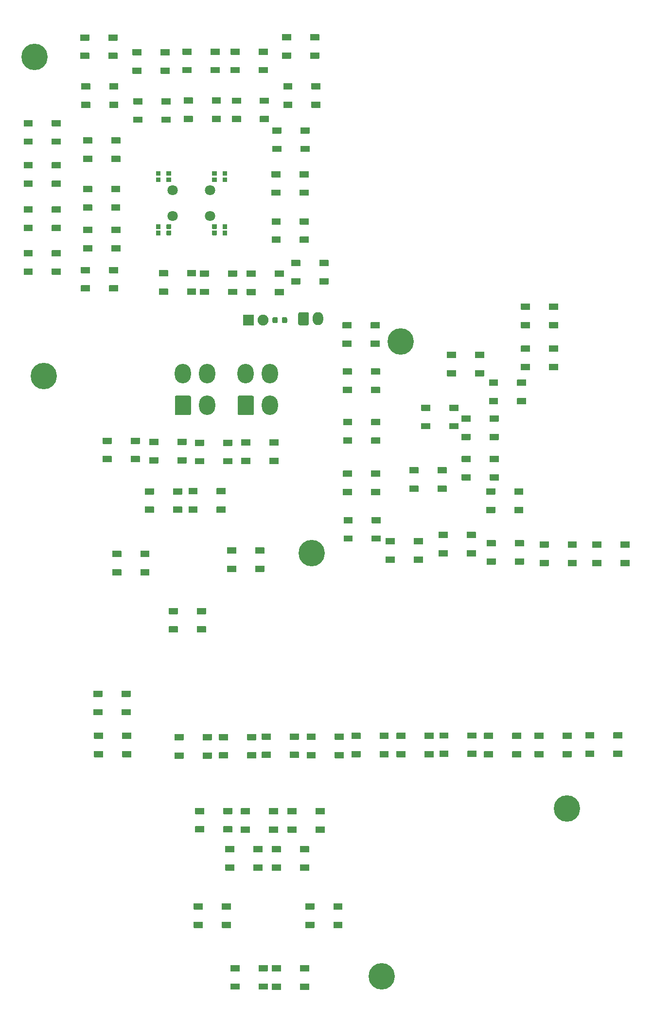
<source format=gbr>
%TF.GenerationSoftware,KiCad,Pcbnew,(5.1.12-1-10_14)*%
%TF.CreationDate,2021-11-28T13:05:42+11:00*%
%TF.ProjectId,DISP-EMC Panel PCB V1,44495350-2d45-44d4-9320-50616e656c20,rev?*%
%TF.SameCoordinates,Original*%
%TF.FileFunction,Soldermask,Top*%
%TF.FilePolarity,Negative*%
%FSLAX46Y46*%
G04 Gerber Fmt 4.6, Leading zero omitted, Abs format (unit mm)*
G04 Created by KiCad (PCBNEW (5.1.12-1-10_14)) date 2021-11-28 13:05:42*
%MOMM*%
%LPD*%
G01*
G04 APERTURE LIST*
%ADD10C,4.600000*%
%ADD11O,1.840000X2.290000*%
%ADD12C,1.800000*%
%ADD13C,1.900000*%
%ADD14O,2.800000X3.400000*%
G04 APERTURE END LIST*
%TO.C,D79*%
G36*
G01*
X73144572Y-43431522D02*
X73144572Y-44131522D01*
G75*
G02*
X73094572Y-44181522I-50000J0D01*
G01*
X72394572Y-44181522D01*
G75*
G02*
X72344572Y-44131522I0J50000D01*
G01*
X72344572Y-43431522D01*
G75*
G02*
X72394572Y-43381522I50000J0D01*
G01*
X73094572Y-43381522D01*
G75*
G02*
X73144572Y-43431522I0J-50000D01*
G01*
G37*
G36*
G01*
X73144572Y-44531522D02*
X73144572Y-45231522D01*
G75*
G02*
X73094572Y-45281522I-50000J0D01*
G01*
X72394572Y-45281522D01*
G75*
G02*
X72344572Y-45231522I0J50000D01*
G01*
X72344572Y-44531522D01*
G75*
G02*
X72394572Y-44481522I50000J0D01*
G01*
X73094572Y-44481522D01*
G75*
G02*
X73144572Y-44531522I0J-50000D01*
G01*
G37*
G36*
G01*
X71314572Y-44531522D02*
X71314572Y-45231522D01*
G75*
G02*
X71264572Y-45281522I-50000J0D01*
G01*
X70564572Y-45281522D01*
G75*
G02*
X70514572Y-45231522I0J50000D01*
G01*
X70514572Y-44531522D01*
G75*
G02*
X70564572Y-44481522I50000J0D01*
G01*
X71264572Y-44481522D01*
G75*
G02*
X71314572Y-44531522I0J-50000D01*
G01*
G37*
G36*
G01*
X71314572Y-43431522D02*
X71314572Y-44131522D01*
G75*
G02*
X71264572Y-44181522I-50000J0D01*
G01*
X70564572Y-44181522D01*
G75*
G02*
X70514572Y-44131522I0J50000D01*
G01*
X70514572Y-43431522D01*
G75*
G02*
X70564572Y-43381522I50000J0D01*
G01*
X71264572Y-43381522D01*
G75*
G02*
X71314572Y-43431522I0J-50000D01*
G01*
G37*
%TD*%
%TO.C,D78*%
G36*
G01*
X82923572Y-43431522D02*
X82923572Y-44131522D01*
G75*
G02*
X82873572Y-44181522I-50000J0D01*
G01*
X82173572Y-44181522D01*
G75*
G02*
X82123572Y-44131522I0J50000D01*
G01*
X82123572Y-43431522D01*
G75*
G02*
X82173572Y-43381522I50000J0D01*
G01*
X82873572Y-43381522D01*
G75*
G02*
X82923572Y-43431522I0J-50000D01*
G01*
G37*
G36*
G01*
X82923572Y-44531522D02*
X82923572Y-45231522D01*
G75*
G02*
X82873572Y-45281522I-50000J0D01*
G01*
X82173572Y-45281522D01*
G75*
G02*
X82123572Y-45231522I0J50000D01*
G01*
X82123572Y-44531522D01*
G75*
G02*
X82173572Y-44481522I50000J0D01*
G01*
X82873572Y-44481522D01*
G75*
G02*
X82923572Y-44531522I0J-50000D01*
G01*
G37*
G36*
G01*
X81093572Y-44531522D02*
X81093572Y-45231522D01*
G75*
G02*
X81043572Y-45281522I-50000J0D01*
G01*
X80343572Y-45281522D01*
G75*
G02*
X80293572Y-45231522I0J50000D01*
G01*
X80293572Y-44531522D01*
G75*
G02*
X80343572Y-44481522I50000J0D01*
G01*
X81043572Y-44481522D01*
G75*
G02*
X81093572Y-44531522I0J-50000D01*
G01*
G37*
G36*
G01*
X81093572Y-43431522D02*
X81093572Y-44131522D01*
G75*
G02*
X81043572Y-44181522I-50000J0D01*
G01*
X80343572Y-44181522D01*
G75*
G02*
X80293572Y-44131522I0J50000D01*
G01*
X80293572Y-43431522D01*
G75*
G02*
X80343572Y-43381522I50000J0D01*
G01*
X81043572Y-43381522D01*
G75*
G02*
X81093572Y-43431522I0J-50000D01*
G01*
G37*
%TD*%
%TO.C,D77*%
G36*
G01*
X80293572Y-35960522D02*
X80293572Y-35260522D01*
G75*
G02*
X80343572Y-35210522I50000J0D01*
G01*
X81043572Y-35210522D01*
G75*
G02*
X81093572Y-35260522I0J-50000D01*
G01*
X81093572Y-35960522D01*
G75*
G02*
X81043572Y-36010522I-50000J0D01*
G01*
X80343572Y-36010522D01*
G75*
G02*
X80293572Y-35960522I0J50000D01*
G01*
G37*
G36*
G01*
X80293572Y-34860522D02*
X80293572Y-34160522D01*
G75*
G02*
X80343572Y-34110522I50000J0D01*
G01*
X81043572Y-34110522D01*
G75*
G02*
X81093572Y-34160522I0J-50000D01*
G01*
X81093572Y-34860522D01*
G75*
G02*
X81043572Y-34910522I-50000J0D01*
G01*
X80343572Y-34910522D01*
G75*
G02*
X80293572Y-34860522I0J50000D01*
G01*
G37*
G36*
G01*
X82123572Y-34860522D02*
X82123572Y-34160522D01*
G75*
G02*
X82173572Y-34110522I50000J0D01*
G01*
X82873572Y-34110522D01*
G75*
G02*
X82923572Y-34160522I0J-50000D01*
G01*
X82923572Y-34860522D01*
G75*
G02*
X82873572Y-34910522I-50000J0D01*
G01*
X82173572Y-34910522D01*
G75*
G02*
X82123572Y-34860522I0J50000D01*
G01*
G37*
G36*
G01*
X82123572Y-35960522D02*
X82123572Y-35260522D01*
G75*
G02*
X82173572Y-35210522I50000J0D01*
G01*
X82873572Y-35210522D01*
G75*
G02*
X82923572Y-35260522I0J-50000D01*
G01*
X82923572Y-35960522D01*
G75*
G02*
X82873572Y-36010522I-50000J0D01*
G01*
X82173572Y-36010522D01*
G75*
G02*
X82123572Y-35960522I0J50000D01*
G01*
G37*
%TD*%
%TO.C,D76*%
G36*
G01*
X70514572Y-35960522D02*
X70514572Y-35260522D01*
G75*
G02*
X70564572Y-35210522I50000J0D01*
G01*
X71264572Y-35210522D01*
G75*
G02*
X71314572Y-35260522I0J-50000D01*
G01*
X71314572Y-35960522D01*
G75*
G02*
X71264572Y-36010522I-50000J0D01*
G01*
X70564572Y-36010522D01*
G75*
G02*
X70514572Y-35960522I0J50000D01*
G01*
G37*
G36*
G01*
X70514572Y-34860522D02*
X70514572Y-34160522D01*
G75*
G02*
X70564572Y-34110522I50000J0D01*
G01*
X71264572Y-34110522D01*
G75*
G02*
X71314572Y-34160522I0J-50000D01*
G01*
X71314572Y-34860522D01*
G75*
G02*
X71264572Y-34910522I-50000J0D01*
G01*
X70564572Y-34910522D01*
G75*
G02*
X70514572Y-34860522I0J50000D01*
G01*
G37*
G36*
G01*
X72344572Y-34860522D02*
X72344572Y-34160522D01*
G75*
G02*
X72394572Y-34110522I50000J0D01*
G01*
X73094572Y-34110522D01*
G75*
G02*
X73144572Y-34160522I0J-50000D01*
G01*
X73144572Y-34860522D01*
G75*
G02*
X73094572Y-34910522I-50000J0D01*
G01*
X72394572Y-34910522D01*
G75*
G02*
X72344572Y-34860522I0J50000D01*
G01*
G37*
G36*
G01*
X72344572Y-35960522D02*
X72344572Y-35260522D01*
G75*
G02*
X72394572Y-35210522I50000J0D01*
G01*
X73094572Y-35210522D01*
G75*
G02*
X73144572Y-35260522I0J-50000D01*
G01*
X73144572Y-35960522D01*
G75*
G02*
X73094572Y-36010522I-50000J0D01*
G01*
X72394572Y-36010522D01*
G75*
G02*
X72344572Y-35960522I0J50000D01*
G01*
G37*
%TD*%
D10*
%TO.C,H6*%
X142060572Y-145042522D03*
%TD*%
%TO.C,H5*%
X109829600Y-174244000D03*
%TD*%
%TO.C,H4*%
X97610573Y-100592522D03*
%TD*%
%TO.C,H3*%
X113104572Y-63762522D03*
%TD*%
%TO.C,H2*%
X49350573Y-14232522D03*
%TD*%
%TO.C,H1*%
X50977800Y-69748400D03*
%TD*%
D11*
%TO.C,J3*%
X98753572Y-59825522D03*
G36*
G01*
X95293572Y-60706156D02*
X95293572Y-58944888D01*
G75*
G02*
X95557938Y-58680522I264366J0D01*
G01*
X96869206Y-58680522D01*
G75*
G02*
X97133572Y-58944888I0J-264366D01*
G01*
X97133572Y-60706156D01*
G75*
G02*
X96869206Y-60970522I-264366J0D01*
G01*
X95557938Y-60970522D01*
G75*
G02*
X95293572Y-60706156I0J264366D01*
G01*
G37*
%TD*%
D12*
%TO.C,SW1*%
X73406000Y-37465000D03*
X79906000Y-37465000D03*
X73406000Y-41965000D03*
X79906000Y-41965000D03*
%TD*%
%TO.C,R1*%
G36*
G01*
X92450000Y-60371000D02*
X92450000Y-59771000D01*
G75*
G02*
X92675000Y-59546000I225000J0D01*
G01*
X93125000Y-59546000D01*
G75*
G02*
X93350000Y-59771000I0J-225000D01*
G01*
X93350000Y-60371000D01*
G75*
G02*
X93125000Y-60596000I-225000J0D01*
G01*
X92675000Y-60596000D01*
G75*
G02*
X92450000Y-60371000I0J225000D01*
G01*
G37*
G36*
G01*
X90800000Y-60371000D02*
X90800000Y-59771000D01*
G75*
G02*
X91025000Y-59546000I225000J0D01*
G01*
X91475000Y-59546000D01*
G75*
G02*
X91700000Y-59771000I0J-225000D01*
G01*
X91700000Y-60371000D01*
G75*
G02*
X91475000Y-60596000I-225000J0D01*
G01*
X91025000Y-60596000D01*
G75*
G02*
X90800000Y-60371000I0J225000D01*
G01*
G37*
%TD*%
D13*
%TO.C,D1*%
X89154000Y-60071000D03*
G36*
G01*
X85664000Y-60971000D02*
X85664000Y-59171000D01*
G75*
G02*
X85714000Y-59121000I50000J0D01*
G01*
X87514000Y-59121000D01*
G75*
G02*
X87564000Y-59171000I0J-50000D01*
G01*
X87564000Y-60971000D01*
G75*
G02*
X87514000Y-61021000I-50000J0D01*
G01*
X85714000Y-61021000D01*
G75*
G02*
X85664000Y-60971000I0J50000D01*
G01*
G37*
%TD*%
D14*
%TO.C,J2*%
X79400000Y-69400000D03*
X75200000Y-69400000D03*
X79400000Y-74900000D03*
G36*
G01*
X73800000Y-76339600D02*
X73800000Y-73460400D01*
G75*
G02*
X74060400Y-73200000I260400J0D01*
G01*
X76339600Y-73200000D01*
G75*
G02*
X76600000Y-73460400I0J-260400D01*
G01*
X76600000Y-76339600D01*
G75*
G02*
X76339600Y-76600000I-260400J0D01*
G01*
X74060400Y-76600000D01*
G75*
G02*
X73800000Y-76339600I0J260400D01*
G01*
G37*
%TD*%
%TO.C,J1*%
X90350000Y-69400000D03*
X86150000Y-69400000D03*
X90350000Y-74900000D03*
G36*
G01*
X84750000Y-76339600D02*
X84750000Y-73460400D01*
G75*
G02*
X85010400Y-73200000I260400J0D01*
G01*
X87289600Y-73200000D01*
G75*
G02*
X87550000Y-73460400I0J-260400D01*
G01*
X87550000Y-76339600D01*
G75*
G02*
X87289600Y-76600000I-260400J0D01*
G01*
X85010400Y-76600000D01*
G75*
G02*
X84750000Y-76339600I0J260400D01*
G01*
G37*
%TD*%
%TO.C,D75*%
G36*
G01*
X77076400Y-162603000D02*
X77076400Y-161603000D01*
G75*
G02*
X77126400Y-161553000I50000J0D01*
G01*
X78626400Y-161553000D01*
G75*
G02*
X78676400Y-161603000I0J-50000D01*
G01*
X78676400Y-162603000D01*
G75*
G02*
X78626400Y-162653000I-50000J0D01*
G01*
X77126400Y-162653000D01*
G75*
G02*
X77076400Y-162603000I0J50000D01*
G01*
G37*
G36*
G01*
X77076400Y-165803000D02*
X77076400Y-164803000D01*
G75*
G02*
X77126400Y-164753000I50000J0D01*
G01*
X78626400Y-164753000D01*
G75*
G02*
X78676400Y-164803000I0J-50000D01*
G01*
X78676400Y-165803000D01*
G75*
G02*
X78626400Y-165853000I-50000J0D01*
G01*
X77126400Y-165853000D01*
G75*
G02*
X77076400Y-165803000I0J50000D01*
G01*
G37*
G36*
G01*
X81976400Y-162603000D02*
X81976400Y-161603000D01*
G75*
G02*
X82026400Y-161553000I50000J0D01*
G01*
X83526400Y-161553000D01*
G75*
G02*
X83576400Y-161603000I0J-50000D01*
G01*
X83576400Y-162603000D01*
G75*
G02*
X83526400Y-162653000I-50000J0D01*
G01*
X82026400Y-162653000D01*
G75*
G02*
X81976400Y-162603000I0J50000D01*
G01*
G37*
G36*
G01*
X81976400Y-165803000D02*
X81976400Y-164803000D01*
G75*
G02*
X82026400Y-164753000I50000J0D01*
G01*
X83526400Y-164753000D01*
G75*
G02*
X83576400Y-164803000I0J-50000D01*
G01*
X83576400Y-165803000D01*
G75*
G02*
X83526400Y-165853000I-50000J0D01*
G01*
X82026400Y-165853000D01*
G75*
G02*
X81976400Y-165803000I0J50000D01*
G01*
G37*
%TD*%
%TO.C,D74*%
G36*
G01*
X83491000Y-173347000D02*
X83491000Y-172347000D01*
G75*
G02*
X83541000Y-172297000I50000J0D01*
G01*
X85041000Y-172297000D01*
G75*
G02*
X85091000Y-172347000I0J-50000D01*
G01*
X85091000Y-173347000D01*
G75*
G02*
X85041000Y-173397000I-50000J0D01*
G01*
X83541000Y-173397000D01*
G75*
G02*
X83491000Y-173347000I0J50000D01*
G01*
G37*
G36*
G01*
X83491000Y-176547000D02*
X83491000Y-175547000D01*
G75*
G02*
X83541000Y-175497000I50000J0D01*
G01*
X85041000Y-175497000D01*
G75*
G02*
X85091000Y-175547000I0J-50000D01*
G01*
X85091000Y-176547000D01*
G75*
G02*
X85041000Y-176597000I-50000J0D01*
G01*
X83541000Y-176597000D01*
G75*
G02*
X83491000Y-176547000I0J50000D01*
G01*
G37*
G36*
G01*
X88391000Y-173347000D02*
X88391000Y-172347000D01*
G75*
G02*
X88441000Y-172297000I50000J0D01*
G01*
X89941000Y-172297000D01*
G75*
G02*
X89991000Y-172347000I0J-50000D01*
G01*
X89991000Y-173347000D01*
G75*
G02*
X89941000Y-173397000I-50000J0D01*
G01*
X88441000Y-173397000D01*
G75*
G02*
X88391000Y-173347000I0J50000D01*
G01*
G37*
G36*
G01*
X88391000Y-176547000D02*
X88391000Y-175547000D01*
G75*
G02*
X88441000Y-175497000I50000J0D01*
G01*
X89941000Y-175497000D01*
G75*
G02*
X89991000Y-175547000I0J-50000D01*
G01*
X89991000Y-176547000D01*
G75*
G02*
X89941000Y-176597000I-50000J0D01*
G01*
X88441000Y-176597000D01*
G75*
G02*
X88391000Y-176547000I0J50000D01*
G01*
G37*
%TD*%
%TO.C,D73*%
G36*
G01*
X90690800Y-173372000D02*
X90690800Y-172372000D01*
G75*
G02*
X90740800Y-172322000I50000J0D01*
G01*
X92240800Y-172322000D01*
G75*
G02*
X92290800Y-172372000I0J-50000D01*
G01*
X92290800Y-173372000D01*
G75*
G02*
X92240800Y-173422000I-50000J0D01*
G01*
X90740800Y-173422000D01*
G75*
G02*
X90690800Y-173372000I0J50000D01*
G01*
G37*
G36*
G01*
X90690800Y-176572000D02*
X90690800Y-175572000D01*
G75*
G02*
X90740800Y-175522000I50000J0D01*
G01*
X92240800Y-175522000D01*
G75*
G02*
X92290800Y-175572000I0J-50000D01*
G01*
X92290800Y-176572000D01*
G75*
G02*
X92240800Y-176622000I-50000J0D01*
G01*
X90740800Y-176622000D01*
G75*
G02*
X90690800Y-176572000I0J50000D01*
G01*
G37*
G36*
G01*
X95590800Y-173372000D02*
X95590800Y-172372000D01*
G75*
G02*
X95640800Y-172322000I50000J0D01*
G01*
X97140800Y-172322000D01*
G75*
G02*
X97190800Y-172372000I0J-50000D01*
G01*
X97190800Y-173372000D01*
G75*
G02*
X97140800Y-173422000I-50000J0D01*
G01*
X95640800Y-173422000D01*
G75*
G02*
X95590800Y-173372000I0J50000D01*
G01*
G37*
G36*
G01*
X95590800Y-176572000D02*
X95590800Y-175572000D01*
G75*
G02*
X95640800Y-175522000I50000J0D01*
G01*
X97140800Y-175522000D01*
G75*
G02*
X97190800Y-175572000I0J-50000D01*
G01*
X97190800Y-176572000D01*
G75*
G02*
X97140800Y-176622000I-50000J0D01*
G01*
X95640800Y-176622000D01*
G75*
G02*
X95590800Y-176572000I0J50000D01*
G01*
G37*
%TD*%
%TO.C,D72*%
G36*
G01*
X96495800Y-162603000D02*
X96495800Y-161603000D01*
G75*
G02*
X96545800Y-161553000I50000J0D01*
G01*
X98045800Y-161553000D01*
G75*
G02*
X98095800Y-161603000I0J-50000D01*
G01*
X98095800Y-162603000D01*
G75*
G02*
X98045800Y-162653000I-50000J0D01*
G01*
X96545800Y-162653000D01*
G75*
G02*
X96495800Y-162603000I0J50000D01*
G01*
G37*
G36*
G01*
X96495800Y-165803000D02*
X96495800Y-164803000D01*
G75*
G02*
X96545800Y-164753000I50000J0D01*
G01*
X98045800Y-164753000D01*
G75*
G02*
X98095800Y-164803000I0J-50000D01*
G01*
X98095800Y-165803000D01*
G75*
G02*
X98045800Y-165853000I-50000J0D01*
G01*
X96545800Y-165853000D01*
G75*
G02*
X96495800Y-165803000I0J50000D01*
G01*
G37*
G36*
G01*
X101395800Y-162603000D02*
X101395800Y-161603000D01*
G75*
G02*
X101445800Y-161553000I50000J0D01*
G01*
X102945800Y-161553000D01*
G75*
G02*
X102995800Y-161603000I0J-50000D01*
G01*
X102995800Y-162603000D01*
G75*
G02*
X102945800Y-162653000I-50000J0D01*
G01*
X101445800Y-162653000D01*
G75*
G02*
X101395800Y-162603000I0J50000D01*
G01*
G37*
G36*
G01*
X101395800Y-165803000D02*
X101395800Y-164803000D01*
G75*
G02*
X101445800Y-164753000I50000J0D01*
G01*
X102945800Y-164753000D01*
G75*
G02*
X102995800Y-164803000I0J-50000D01*
G01*
X102995800Y-165803000D01*
G75*
G02*
X102945800Y-165853000I-50000J0D01*
G01*
X101445800Y-165853000D01*
G75*
G02*
X101395800Y-165803000I0J50000D01*
G01*
G37*
%TD*%
%TO.C,D71*%
G36*
G01*
X90667600Y-152646000D02*
X90667600Y-151646000D01*
G75*
G02*
X90717600Y-151596000I50000J0D01*
G01*
X92217600Y-151596000D01*
G75*
G02*
X92267600Y-151646000I0J-50000D01*
G01*
X92267600Y-152646000D01*
G75*
G02*
X92217600Y-152696000I-50000J0D01*
G01*
X90717600Y-152696000D01*
G75*
G02*
X90667600Y-152646000I0J50000D01*
G01*
G37*
G36*
G01*
X90667600Y-155846000D02*
X90667600Y-154846000D01*
G75*
G02*
X90717600Y-154796000I50000J0D01*
G01*
X92217600Y-154796000D01*
G75*
G02*
X92267600Y-154846000I0J-50000D01*
G01*
X92267600Y-155846000D01*
G75*
G02*
X92217600Y-155896000I-50000J0D01*
G01*
X90717600Y-155896000D01*
G75*
G02*
X90667600Y-155846000I0J50000D01*
G01*
G37*
G36*
G01*
X95567600Y-152646000D02*
X95567600Y-151646000D01*
G75*
G02*
X95617600Y-151596000I50000J0D01*
G01*
X97117600Y-151596000D01*
G75*
G02*
X97167600Y-151646000I0J-50000D01*
G01*
X97167600Y-152646000D01*
G75*
G02*
X97117600Y-152696000I-50000J0D01*
G01*
X95617600Y-152696000D01*
G75*
G02*
X95567600Y-152646000I0J50000D01*
G01*
G37*
G36*
G01*
X95567600Y-155846000D02*
X95567600Y-154846000D01*
G75*
G02*
X95617600Y-154796000I50000J0D01*
G01*
X97117600Y-154796000D01*
G75*
G02*
X97167600Y-154846000I0J-50000D01*
G01*
X97167600Y-155846000D01*
G75*
G02*
X97117600Y-155896000I-50000J0D01*
G01*
X95617600Y-155896000D01*
G75*
G02*
X95567600Y-155846000I0J50000D01*
G01*
G37*
%TD*%
%TO.C,D70*%
G36*
G01*
X82565000Y-152621000D02*
X82565000Y-151621000D01*
G75*
G02*
X82615000Y-151571000I50000J0D01*
G01*
X84115000Y-151571000D01*
G75*
G02*
X84165000Y-151621000I0J-50000D01*
G01*
X84165000Y-152621000D01*
G75*
G02*
X84115000Y-152671000I-50000J0D01*
G01*
X82615000Y-152671000D01*
G75*
G02*
X82565000Y-152621000I0J50000D01*
G01*
G37*
G36*
G01*
X82565000Y-155821000D02*
X82565000Y-154821000D01*
G75*
G02*
X82615000Y-154771000I50000J0D01*
G01*
X84115000Y-154771000D01*
G75*
G02*
X84165000Y-154821000I0J-50000D01*
G01*
X84165000Y-155821000D01*
G75*
G02*
X84115000Y-155871000I-50000J0D01*
G01*
X82615000Y-155871000D01*
G75*
G02*
X82565000Y-155821000I0J50000D01*
G01*
G37*
G36*
G01*
X87465000Y-152621000D02*
X87465000Y-151621000D01*
G75*
G02*
X87515000Y-151571000I50000J0D01*
G01*
X89015000Y-151571000D01*
G75*
G02*
X89065000Y-151621000I0J-50000D01*
G01*
X89065000Y-152621000D01*
G75*
G02*
X89015000Y-152671000I-50000J0D01*
G01*
X87515000Y-152671000D01*
G75*
G02*
X87465000Y-152621000I0J50000D01*
G01*
G37*
G36*
G01*
X87465000Y-155821000D02*
X87465000Y-154821000D01*
G75*
G02*
X87515000Y-154771000I50000J0D01*
G01*
X89015000Y-154771000D01*
G75*
G02*
X89065000Y-154821000I0J-50000D01*
G01*
X89065000Y-155821000D01*
G75*
G02*
X89015000Y-155871000I-50000J0D01*
G01*
X87515000Y-155871000D01*
G75*
G02*
X87465000Y-155821000I0J50000D01*
G01*
G37*
%TD*%
%TO.C,D69*%
G36*
G01*
X93410800Y-146017000D02*
X93410800Y-145017000D01*
G75*
G02*
X93460800Y-144967000I50000J0D01*
G01*
X94960800Y-144967000D01*
G75*
G02*
X95010800Y-145017000I0J-50000D01*
G01*
X95010800Y-146017000D01*
G75*
G02*
X94960800Y-146067000I-50000J0D01*
G01*
X93460800Y-146067000D01*
G75*
G02*
X93410800Y-146017000I0J50000D01*
G01*
G37*
G36*
G01*
X93410800Y-149217000D02*
X93410800Y-148217000D01*
G75*
G02*
X93460800Y-148167000I50000J0D01*
G01*
X94960800Y-148167000D01*
G75*
G02*
X95010800Y-148217000I0J-50000D01*
G01*
X95010800Y-149217000D01*
G75*
G02*
X94960800Y-149267000I-50000J0D01*
G01*
X93460800Y-149267000D01*
G75*
G02*
X93410800Y-149217000I0J50000D01*
G01*
G37*
G36*
G01*
X98310800Y-146017000D02*
X98310800Y-145017000D01*
G75*
G02*
X98360800Y-144967000I50000J0D01*
G01*
X99860800Y-144967000D01*
G75*
G02*
X99910800Y-145017000I0J-50000D01*
G01*
X99910800Y-146017000D01*
G75*
G02*
X99860800Y-146067000I-50000J0D01*
G01*
X98360800Y-146067000D01*
G75*
G02*
X98310800Y-146017000I0J50000D01*
G01*
G37*
G36*
G01*
X98310800Y-149217000D02*
X98310800Y-148217000D01*
G75*
G02*
X98360800Y-148167000I50000J0D01*
G01*
X99860800Y-148167000D01*
G75*
G02*
X99910800Y-148217000I0J-50000D01*
G01*
X99910800Y-149217000D01*
G75*
G02*
X99860800Y-149267000I-50000J0D01*
G01*
X98360800Y-149267000D01*
G75*
G02*
X98310800Y-149217000I0J50000D01*
G01*
G37*
%TD*%
%TO.C,D68*%
G36*
G01*
X85282800Y-146042000D02*
X85282800Y-145042000D01*
G75*
G02*
X85332800Y-144992000I50000J0D01*
G01*
X86832800Y-144992000D01*
G75*
G02*
X86882800Y-145042000I0J-50000D01*
G01*
X86882800Y-146042000D01*
G75*
G02*
X86832800Y-146092000I-50000J0D01*
G01*
X85332800Y-146092000D01*
G75*
G02*
X85282800Y-146042000I0J50000D01*
G01*
G37*
G36*
G01*
X85282800Y-149242000D02*
X85282800Y-148242000D01*
G75*
G02*
X85332800Y-148192000I50000J0D01*
G01*
X86832800Y-148192000D01*
G75*
G02*
X86882800Y-148242000I0J-50000D01*
G01*
X86882800Y-149242000D01*
G75*
G02*
X86832800Y-149292000I-50000J0D01*
G01*
X85332800Y-149292000D01*
G75*
G02*
X85282800Y-149242000I0J50000D01*
G01*
G37*
G36*
G01*
X90182800Y-146042000D02*
X90182800Y-145042000D01*
G75*
G02*
X90232800Y-144992000I50000J0D01*
G01*
X91732800Y-144992000D01*
G75*
G02*
X91782800Y-145042000I0J-50000D01*
G01*
X91782800Y-146042000D01*
G75*
G02*
X91732800Y-146092000I-50000J0D01*
G01*
X90232800Y-146092000D01*
G75*
G02*
X90182800Y-146042000I0J50000D01*
G01*
G37*
G36*
G01*
X90182800Y-149242000D02*
X90182800Y-148242000D01*
G75*
G02*
X90232800Y-148192000I50000J0D01*
G01*
X91732800Y-148192000D01*
G75*
G02*
X91782800Y-148242000I0J-50000D01*
G01*
X91782800Y-149242000D01*
G75*
G02*
X91732800Y-149292000I-50000J0D01*
G01*
X90232800Y-149292000D01*
G75*
G02*
X90182800Y-149242000I0J50000D01*
G01*
G37*
%TD*%
%TO.C,D67*%
G36*
G01*
X77318800Y-145991000D02*
X77318800Y-144991000D01*
G75*
G02*
X77368800Y-144941000I50000J0D01*
G01*
X78868800Y-144941000D01*
G75*
G02*
X78918800Y-144991000I0J-50000D01*
G01*
X78918800Y-145991000D01*
G75*
G02*
X78868800Y-146041000I-50000J0D01*
G01*
X77368800Y-146041000D01*
G75*
G02*
X77318800Y-145991000I0J50000D01*
G01*
G37*
G36*
G01*
X77318800Y-149191000D02*
X77318800Y-148191000D01*
G75*
G02*
X77368800Y-148141000I50000J0D01*
G01*
X78868800Y-148141000D01*
G75*
G02*
X78918800Y-148191000I0J-50000D01*
G01*
X78918800Y-149191000D01*
G75*
G02*
X78868800Y-149241000I-50000J0D01*
G01*
X77368800Y-149241000D01*
G75*
G02*
X77318800Y-149191000I0J50000D01*
G01*
G37*
G36*
G01*
X82218800Y-145991000D02*
X82218800Y-144991000D01*
G75*
G02*
X82268800Y-144941000I50000J0D01*
G01*
X83768800Y-144941000D01*
G75*
G02*
X83818800Y-144991000I0J-50000D01*
G01*
X83818800Y-145991000D01*
G75*
G02*
X83768800Y-146041000I-50000J0D01*
G01*
X82268800Y-146041000D01*
G75*
G02*
X82218800Y-145991000I0J50000D01*
G01*
G37*
G36*
G01*
X82218800Y-149191000D02*
X82218800Y-148191000D01*
G75*
G02*
X82268800Y-148141000I50000J0D01*
G01*
X83768800Y-148141000D01*
G75*
G02*
X83818800Y-148191000I0J-50000D01*
G01*
X83818800Y-149191000D01*
G75*
G02*
X83768800Y-149241000I-50000J0D01*
G01*
X82268800Y-149241000D01*
G75*
G02*
X82218800Y-149191000I0J50000D01*
G01*
G37*
%TD*%
%TO.C,D66*%
G36*
G01*
X145252000Y-132834000D02*
X145252000Y-131834000D01*
G75*
G02*
X145302000Y-131784000I50000J0D01*
G01*
X146802000Y-131784000D01*
G75*
G02*
X146852000Y-131834000I0J-50000D01*
G01*
X146852000Y-132834000D01*
G75*
G02*
X146802000Y-132884000I-50000J0D01*
G01*
X145302000Y-132884000D01*
G75*
G02*
X145252000Y-132834000I0J50000D01*
G01*
G37*
G36*
G01*
X145252000Y-136034000D02*
X145252000Y-135034000D01*
G75*
G02*
X145302000Y-134984000I50000J0D01*
G01*
X146802000Y-134984000D01*
G75*
G02*
X146852000Y-135034000I0J-50000D01*
G01*
X146852000Y-136034000D01*
G75*
G02*
X146802000Y-136084000I-50000J0D01*
G01*
X145302000Y-136084000D01*
G75*
G02*
X145252000Y-136034000I0J50000D01*
G01*
G37*
G36*
G01*
X150152000Y-132834000D02*
X150152000Y-131834000D01*
G75*
G02*
X150202000Y-131784000I50000J0D01*
G01*
X151702000Y-131784000D01*
G75*
G02*
X151752000Y-131834000I0J-50000D01*
G01*
X151752000Y-132834000D01*
G75*
G02*
X151702000Y-132884000I-50000J0D01*
G01*
X150202000Y-132884000D01*
G75*
G02*
X150152000Y-132834000I0J50000D01*
G01*
G37*
G36*
G01*
X150152000Y-136034000D02*
X150152000Y-135034000D01*
G75*
G02*
X150202000Y-134984000I50000J0D01*
G01*
X151702000Y-134984000D01*
G75*
G02*
X151752000Y-135034000I0J-50000D01*
G01*
X151752000Y-136034000D01*
G75*
G02*
X151702000Y-136084000I-50000J0D01*
G01*
X150202000Y-136084000D01*
G75*
G02*
X150152000Y-136034000I0J50000D01*
G01*
G37*
%TD*%
%TO.C,D65*%
G36*
G01*
X136411000Y-132885000D02*
X136411000Y-131885000D01*
G75*
G02*
X136461000Y-131835000I50000J0D01*
G01*
X137961000Y-131835000D01*
G75*
G02*
X138011000Y-131885000I0J-50000D01*
G01*
X138011000Y-132885000D01*
G75*
G02*
X137961000Y-132935000I-50000J0D01*
G01*
X136461000Y-132935000D01*
G75*
G02*
X136411000Y-132885000I0J50000D01*
G01*
G37*
G36*
G01*
X136411000Y-136085000D02*
X136411000Y-135085000D01*
G75*
G02*
X136461000Y-135035000I50000J0D01*
G01*
X137961000Y-135035000D01*
G75*
G02*
X138011000Y-135085000I0J-50000D01*
G01*
X138011000Y-136085000D01*
G75*
G02*
X137961000Y-136135000I-50000J0D01*
G01*
X136461000Y-136135000D01*
G75*
G02*
X136411000Y-136085000I0J50000D01*
G01*
G37*
G36*
G01*
X141311000Y-132885000D02*
X141311000Y-131885000D01*
G75*
G02*
X141361000Y-131835000I50000J0D01*
G01*
X142861000Y-131835000D01*
G75*
G02*
X142911000Y-131885000I0J-50000D01*
G01*
X142911000Y-132885000D01*
G75*
G02*
X142861000Y-132935000I-50000J0D01*
G01*
X141361000Y-132935000D01*
G75*
G02*
X141311000Y-132885000I0J50000D01*
G01*
G37*
G36*
G01*
X141311000Y-136085000D02*
X141311000Y-135085000D01*
G75*
G02*
X141361000Y-135035000I50000J0D01*
G01*
X142861000Y-135035000D01*
G75*
G02*
X142911000Y-135085000I0J-50000D01*
G01*
X142911000Y-136085000D01*
G75*
G02*
X142861000Y-136135000I-50000J0D01*
G01*
X141361000Y-136135000D01*
G75*
G02*
X141311000Y-136085000I0J50000D01*
G01*
G37*
%TD*%
%TO.C,D64*%
G36*
G01*
X127625000Y-132936000D02*
X127625000Y-131936000D01*
G75*
G02*
X127675000Y-131886000I50000J0D01*
G01*
X129175000Y-131886000D01*
G75*
G02*
X129225000Y-131936000I0J-50000D01*
G01*
X129225000Y-132936000D01*
G75*
G02*
X129175000Y-132986000I-50000J0D01*
G01*
X127675000Y-132986000D01*
G75*
G02*
X127625000Y-132936000I0J50000D01*
G01*
G37*
G36*
G01*
X127625000Y-136136000D02*
X127625000Y-135136000D01*
G75*
G02*
X127675000Y-135086000I50000J0D01*
G01*
X129175000Y-135086000D01*
G75*
G02*
X129225000Y-135136000I0J-50000D01*
G01*
X129225000Y-136136000D01*
G75*
G02*
X129175000Y-136186000I-50000J0D01*
G01*
X127675000Y-136186000D01*
G75*
G02*
X127625000Y-136136000I0J50000D01*
G01*
G37*
G36*
G01*
X132525000Y-132936000D02*
X132525000Y-131936000D01*
G75*
G02*
X132575000Y-131886000I50000J0D01*
G01*
X134075000Y-131886000D01*
G75*
G02*
X134125000Y-131936000I0J-50000D01*
G01*
X134125000Y-132936000D01*
G75*
G02*
X134075000Y-132986000I-50000J0D01*
G01*
X132575000Y-132986000D01*
G75*
G02*
X132525000Y-132936000I0J50000D01*
G01*
G37*
G36*
G01*
X132525000Y-136136000D02*
X132525000Y-135136000D01*
G75*
G02*
X132575000Y-135086000I50000J0D01*
G01*
X134075000Y-135086000D01*
G75*
G02*
X134125000Y-135136000I0J-50000D01*
G01*
X134125000Y-136136000D01*
G75*
G02*
X134075000Y-136186000I-50000J0D01*
G01*
X132575000Y-136186000D01*
G75*
G02*
X132525000Y-136136000I0J50000D01*
G01*
G37*
%TD*%
%TO.C,D63*%
G36*
G01*
X119852000Y-132859000D02*
X119852000Y-131859000D01*
G75*
G02*
X119902000Y-131809000I50000J0D01*
G01*
X121402000Y-131809000D01*
G75*
G02*
X121452000Y-131859000I0J-50000D01*
G01*
X121452000Y-132859000D01*
G75*
G02*
X121402000Y-132909000I-50000J0D01*
G01*
X119902000Y-132909000D01*
G75*
G02*
X119852000Y-132859000I0J50000D01*
G01*
G37*
G36*
G01*
X119852000Y-136059000D02*
X119852000Y-135059000D01*
G75*
G02*
X119902000Y-135009000I50000J0D01*
G01*
X121402000Y-135009000D01*
G75*
G02*
X121452000Y-135059000I0J-50000D01*
G01*
X121452000Y-136059000D01*
G75*
G02*
X121402000Y-136109000I-50000J0D01*
G01*
X119902000Y-136109000D01*
G75*
G02*
X119852000Y-136059000I0J50000D01*
G01*
G37*
G36*
G01*
X124752000Y-132859000D02*
X124752000Y-131859000D01*
G75*
G02*
X124802000Y-131809000I50000J0D01*
G01*
X126302000Y-131809000D01*
G75*
G02*
X126352000Y-131859000I0J-50000D01*
G01*
X126352000Y-132859000D01*
G75*
G02*
X126302000Y-132909000I-50000J0D01*
G01*
X124802000Y-132909000D01*
G75*
G02*
X124752000Y-132859000I0J50000D01*
G01*
G37*
G36*
G01*
X124752000Y-136059000D02*
X124752000Y-135059000D01*
G75*
G02*
X124802000Y-135009000I50000J0D01*
G01*
X126302000Y-135009000D01*
G75*
G02*
X126352000Y-135059000I0J-50000D01*
G01*
X126352000Y-136059000D01*
G75*
G02*
X126302000Y-136109000I-50000J0D01*
G01*
X124802000Y-136109000D01*
G75*
G02*
X124752000Y-136059000I0J50000D01*
G01*
G37*
%TD*%
%TO.C,D62*%
G36*
G01*
X112385000Y-132910000D02*
X112385000Y-131910000D01*
G75*
G02*
X112435000Y-131860000I50000J0D01*
G01*
X113935000Y-131860000D01*
G75*
G02*
X113985000Y-131910000I0J-50000D01*
G01*
X113985000Y-132910000D01*
G75*
G02*
X113935000Y-132960000I-50000J0D01*
G01*
X112435000Y-132960000D01*
G75*
G02*
X112385000Y-132910000I0J50000D01*
G01*
G37*
G36*
G01*
X112385000Y-136110000D02*
X112385000Y-135110000D01*
G75*
G02*
X112435000Y-135060000I50000J0D01*
G01*
X113935000Y-135060000D01*
G75*
G02*
X113985000Y-135110000I0J-50000D01*
G01*
X113985000Y-136110000D01*
G75*
G02*
X113935000Y-136160000I-50000J0D01*
G01*
X112435000Y-136160000D01*
G75*
G02*
X112385000Y-136110000I0J50000D01*
G01*
G37*
G36*
G01*
X117285000Y-132910000D02*
X117285000Y-131910000D01*
G75*
G02*
X117335000Y-131860000I50000J0D01*
G01*
X118835000Y-131860000D01*
G75*
G02*
X118885000Y-131910000I0J-50000D01*
G01*
X118885000Y-132910000D01*
G75*
G02*
X118835000Y-132960000I-50000J0D01*
G01*
X117335000Y-132960000D01*
G75*
G02*
X117285000Y-132910000I0J50000D01*
G01*
G37*
G36*
G01*
X117285000Y-136110000D02*
X117285000Y-135110000D01*
G75*
G02*
X117335000Y-135060000I50000J0D01*
G01*
X118835000Y-135060000D01*
G75*
G02*
X118885000Y-135110000I0J-50000D01*
G01*
X118885000Y-136110000D01*
G75*
G02*
X118835000Y-136160000I-50000J0D01*
G01*
X117335000Y-136160000D01*
G75*
G02*
X117285000Y-136110000I0J50000D01*
G01*
G37*
%TD*%
%TO.C,D61*%
G36*
G01*
X104536000Y-132910000D02*
X104536000Y-131910000D01*
G75*
G02*
X104586000Y-131860000I50000J0D01*
G01*
X106086000Y-131860000D01*
G75*
G02*
X106136000Y-131910000I0J-50000D01*
G01*
X106136000Y-132910000D01*
G75*
G02*
X106086000Y-132960000I-50000J0D01*
G01*
X104586000Y-132960000D01*
G75*
G02*
X104536000Y-132910000I0J50000D01*
G01*
G37*
G36*
G01*
X104536000Y-136110000D02*
X104536000Y-135110000D01*
G75*
G02*
X104586000Y-135060000I50000J0D01*
G01*
X106086000Y-135060000D01*
G75*
G02*
X106136000Y-135110000I0J-50000D01*
G01*
X106136000Y-136110000D01*
G75*
G02*
X106086000Y-136160000I-50000J0D01*
G01*
X104586000Y-136160000D01*
G75*
G02*
X104536000Y-136110000I0J50000D01*
G01*
G37*
G36*
G01*
X109436000Y-132910000D02*
X109436000Y-131910000D01*
G75*
G02*
X109486000Y-131860000I50000J0D01*
G01*
X110986000Y-131860000D01*
G75*
G02*
X111036000Y-131910000I0J-50000D01*
G01*
X111036000Y-132910000D01*
G75*
G02*
X110986000Y-132960000I-50000J0D01*
G01*
X109486000Y-132960000D01*
G75*
G02*
X109436000Y-132910000I0J50000D01*
G01*
G37*
G36*
G01*
X109436000Y-136110000D02*
X109436000Y-135110000D01*
G75*
G02*
X109486000Y-135060000I50000J0D01*
G01*
X110986000Y-135060000D01*
G75*
G02*
X111036000Y-135110000I0J-50000D01*
G01*
X111036000Y-136110000D01*
G75*
G02*
X110986000Y-136160000I-50000J0D01*
G01*
X109486000Y-136160000D01*
G75*
G02*
X109436000Y-136110000I0J50000D01*
G01*
G37*
%TD*%
%TO.C,D60*%
G36*
G01*
X96738200Y-133063000D02*
X96738200Y-132063000D01*
G75*
G02*
X96788200Y-132013000I50000J0D01*
G01*
X98288200Y-132013000D01*
G75*
G02*
X98338200Y-132063000I0J-50000D01*
G01*
X98338200Y-133063000D01*
G75*
G02*
X98288200Y-133113000I-50000J0D01*
G01*
X96788200Y-133113000D01*
G75*
G02*
X96738200Y-133063000I0J50000D01*
G01*
G37*
G36*
G01*
X96738200Y-136263000D02*
X96738200Y-135263000D01*
G75*
G02*
X96788200Y-135213000I50000J0D01*
G01*
X98288200Y-135213000D01*
G75*
G02*
X98338200Y-135263000I0J-50000D01*
G01*
X98338200Y-136263000D01*
G75*
G02*
X98288200Y-136313000I-50000J0D01*
G01*
X96788200Y-136313000D01*
G75*
G02*
X96738200Y-136263000I0J50000D01*
G01*
G37*
G36*
G01*
X101638200Y-133063000D02*
X101638200Y-132063000D01*
G75*
G02*
X101688200Y-132013000I50000J0D01*
G01*
X103188200Y-132013000D01*
G75*
G02*
X103238200Y-132063000I0J-50000D01*
G01*
X103238200Y-133063000D01*
G75*
G02*
X103188200Y-133113000I-50000J0D01*
G01*
X101688200Y-133113000D01*
G75*
G02*
X101638200Y-133063000I0J50000D01*
G01*
G37*
G36*
G01*
X101638200Y-136263000D02*
X101638200Y-135263000D01*
G75*
G02*
X101688200Y-135213000I50000J0D01*
G01*
X103188200Y-135213000D01*
G75*
G02*
X103238200Y-135263000I0J-50000D01*
G01*
X103238200Y-136263000D01*
G75*
G02*
X103188200Y-136313000I-50000J0D01*
G01*
X101688200Y-136313000D01*
G75*
G02*
X101638200Y-136263000I0J50000D01*
G01*
G37*
%TD*%
%TO.C,D59*%
G36*
G01*
X88915000Y-133037000D02*
X88915000Y-132037000D01*
G75*
G02*
X88965000Y-131987000I50000J0D01*
G01*
X90465000Y-131987000D01*
G75*
G02*
X90515000Y-132037000I0J-50000D01*
G01*
X90515000Y-133037000D01*
G75*
G02*
X90465000Y-133087000I-50000J0D01*
G01*
X88965000Y-133087000D01*
G75*
G02*
X88915000Y-133037000I0J50000D01*
G01*
G37*
G36*
G01*
X88915000Y-136237000D02*
X88915000Y-135237000D01*
G75*
G02*
X88965000Y-135187000I50000J0D01*
G01*
X90465000Y-135187000D01*
G75*
G02*
X90515000Y-135237000I0J-50000D01*
G01*
X90515000Y-136237000D01*
G75*
G02*
X90465000Y-136287000I-50000J0D01*
G01*
X88965000Y-136287000D01*
G75*
G02*
X88915000Y-136237000I0J50000D01*
G01*
G37*
G36*
G01*
X93815000Y-133037000D02*
X93815000Y-132037000D01*
G75*
G02*
X93865000Y-131987000I50000J0D01*
G01*
X95365000Y-131987000D01*
G75*
G02*
X95415000Y-132037000I0J-50000D01*
G01*
X95415000Y-133037000D01*
G75*
G02*
X95365000Y-133087000I-50000J0D01*
G01*
X93865000Y-133087000D01*
G75*
G02*
X93815000Y-133037000I0J50000D01*
G01*
G37*
G36*
G01*
X93815000Y-136237000D02*
X93815000Y-135237000D01*
G75*
G02*
X93865000Y-135187000I50000J0D01*
G01*
X95365000Y-135187000D01*
G75*
G02*
X95415000Y-135237000I0J-50000D01*
G01*
X95415000Y-136237000D01*
G75*
G02*
X95365000Y-136287000I-50000J0D01*
G01*
X93865000Y-136287000D01*
G75*
G02*
X93815000Y-136237000I0J50000D01*
G01*
G37*
%TD*%
%TO.C,D58*%
G36*
G01*
X81472800Y-133114000D02*
X81472800Y-132114000D01*
G75*
G02*
X81522800Y-132064000I50000J0D01*
G01*
X83022800Y-132064000D01*
G75*
G02*
X83072800Y-132114000I0J-50000D01*
G01*
X83072800Y-133114000D01*
G75*
G02*
X83022800Y-133164000I-50000J0D01*
G01*
X81522800Y-133164000D01*
G75*
G02*
X81472800Y-133114000I0J50000D01*
G01*
G37*
G36*
G01*
X81472800Y-136314000D02*
X81472800Y-135314000D01*
G75*
G02*
X81522800Y-135264000I50000J0D01*
G01*
X83022800Y-135264000D01*
G75*
G02*
X83072800Y-135314000I0J-50000D01*
G01*
X83072800Y-136314000D01*
G75*
G02*
X83022800Y-136364000I-50000J0D01*
G01*
X81522800Y-136364000D01*
G75*
G02*
X81472800Y-136314000I0J50000D01*
G01*
G37*
G36*
G01*
X86372800Y-133114000D02*
X86372800Y-132114000D01*
G75*
G02*
X86422800Y-132064000I50000J0D01*
G01*
X87922800Y-132064000D01*
G75*
G02*
X87972800Y-132114000I0J-50000D01*
G01*
X87972800Y-133114000D01*
G75*
G02*
X87922800Y-133164000I-50000J0D01*
G01*
X86422800Y-133164000D01*
G75*
G02*
X86372800Y-133114000I0J50000D01*
G01*
G37*
G36*
G01*
X86372800Y-136314000D02*
X86372800Y-135314000D01*
G75*
G02*
X86422800Y-135264000I50000J0D01*
G01*
X87922800Y-135264000D01*
G75*
G02*
X87972800Y-135314000I0J-50000D01*
G01*
X87972800Y-136314000D01*
G75*
G02*
X87922800Y-136364000I-50000J0D01*
G01*
X86422800Y-136364000D01*
G75*
G02*
X86372800Y-136314000I0J50000D01*
G01*
G37*
%TD*%
%TO.C,D57*%
G36*
G01*
X73725800Y-133139000D02*
X73725800Y-132139000D01*
G75*
G02*
X73775800Y-132089000I50000J0D01*
G01*
X75275800Y-132089000D01*
G75*
G02*
X75325800Y-132139000I0J-50000D01*
G01*
X75325800Y-133139000D01*
G75*
G02*
X75275800Y-133189000I-50000J0D01*
G01*
X73775800Y-133189000D01*
G75*
G02*
X73725800Y-133139000I0J50000D01*
G01*
G37*
G36*
G01*
X73725800Y-136339000D02*
X73725800Y-135339000D01*
G75*
G02*
X73775800Y-135289000I50000J0D01*
G01*
X75275800Y-135289000D01*
G75*
G02*
X75325800Y-135339000I0J-50000D01*
G01*
X75325800Y-136339000D01*
G75*
G02*
X75275800Y-136389000I-50000J0D01*
G01*
X73775800Y-136389000D01*
G75*
G02*
X73725800Y-136339000I0J50000D01*
G01*
G37*
G36*
G01*
X78625800Y-133139000D02*
X78625800Y-132139000D01*
G75*
G02*
X78675800Y-132089000I50000J0D01*
G01*
X80175800Y-132089000D01*
G75*
G02*
X80225800Y-132139000I0J-50000D01*
G01*
X80225800Y-133139000D01*
G75*
G02*
X80175800Y-133189000I-50000J0D01*
G01*
X78675800Y-133189000D01*
G75*
G02*
X78625800Y-133139000I0J50000D01*
G01*
G37*
G36*
G01*
X78625800Y-136339000D02*
X78625800Y-135339000D01*
G75*
G02*
X78675800Y-135289000I50000J0D01*
G01*
X80175800Y-135289000D01*
G75*
G02*
X80225800Y-135339000I0J-50000D01*
G01*
X80225800Y-136339000D01*
G75*
G02*
X80175800Y-136389000I-50000J0D01*
G01*
X78675800Y-136389000D01*
G75*
G02*
X78625800Y-136339000I0J50000D01*
G01*
G37*
%TD*%
%TO.C,D56*%
G36*
G01*
X59716600Y-132885000D02*
X59716600Y-131885000D01*
G75*
G02*
X59766600Y-131835000I50000J0D01*
G01*
X61266600Y-131835000D01*
G75*
G02*
X61316600Y-131885000I0J-50000D01*
G01*
X61316600Y-132885000D01*
G75*
G02*
X61266600Y-132935000I-50000J0D01*
G01*
X59766600Y-132935000D01*
G75*
G02*
X59716600Y-132885000I0J50000D01*
G01*
G37*
G36*
G01*
X59716600Y-136085000D02*
X59716600Y-135085000D01*
G75*
G02*
X59766600Y-135035000I50000J0D01*
G01*
X61266600Y-135035000D01*
G75*
G02*
X61316600Y-135085000I0J-50000D01*
G01*
X61316600Y-136085000D01*
G75*
G02*
X61266600Y-136135000I-50000J0D01*
G01*
X59766600Y-136135000D01*
G75*
G02*
X59716600Y-136085000I0J50000D01*
G01*
G37*
G36*
G01*
X64616600Y-132885000D02*
X64616600Y-131885000D01*
G75*
G02*
X64666600Y-131835000I50000J0D01*
G01*
X66166600Y-131835000D01*
G75*
G02*
X66216600Y-131885000I0J-50000D01*
G01*
X66216600Y-132885000D01*
G75*
G02*
X66166600Y-132935000I-50000J0D01*
G01*
X64666600Y-132935000D01*
G75*
G02*
X64616600Y-132885000I0J50000D01*
G01*
G37*
G36*
G01*
X64616600Y-136085000D02*
X64616600Y-135085000D01*
G75*
G02*
X64666600Y-135035000I50000J0D01*
G01*
X66166600Y-135035000D01*
G75*
G02*
X66216600Y-135085000I0J-50000D01*
G01*
X66216600Y-136085000D01*
G75*
G02*
X66166600Y-136135000I-50000J0D01*
G01*
X64666600Y-136135000D01*
G75*
G02*
X64616600Y-136085000I0J50000D01*
G01*
G37*
%TD*%
%TO.C,D55*%
G36*
G01*
X59603400Y-125595000D02*
X59603400Y-124595000D01*
G75*
G02*
X59653400Y-124545000I50000J0D01*
G01*
X61153400Y-124545000D01*
G75*
G02*
X61203400Y-124595000I0J-50000D01*
G01*
X61203400Y-125595000D01*
G75*
G02*
X61153400Y-125645000I-50000J0D01*
G01*
X59653400Y-125645000D01*
G75*
G02*
X59603400Y-125595000I0J50000D01*
G01*
G37*
G36*
G01*
X59603400Y-128795000D02*
X59603400Y-127795000D01*
G75*
G02*
X59653400Y-127745000I50000J0D01*
G01*
X61153400Y-127745000D01*
G75*
G02*
X61203400Y-127795000I0J-50000D01*
G01*
X61203400Y-128795000D01*
G75*
G02*
X61153400Y-128845000I-50000J0D01*
G01*
X59653400Y-128845000D01*
G75*
G02*
X59603400Y-128795000I0J50000D01*
G01*
G37*
G36*
G01*
X64503400Y-125595000D02*
X64503400Y-124595000D01*
G75*
G02*
X64553400Y-124545000I50000J0D01*
G01*
X66053400Y-124545000D01*
G75*
G02*
X66103400Y-124595000I0J-50000D01*
G01*
X66103400Y-125595000D01*
G75*
G02*
X66053400Y-125645000I-50000J0D01*
G01*
X64553400Y-125645000D01*
G75*
G02*
X64503400Y-125595000I0J50000D01*
G01*
G37*
G36*
G01*
X64503400Y-128795000D02*
X64503400Y-127795000D01*
G75*
G02*
X64553400Y-127745000I50000J0D01*
G01*
X66053400Y-127745000D01*
G75*
G02*
X66103400Y-127795000I0J-50000D01*
G01*
X66103400Y-128795000D01*
G75*
G02*
X66053400Y-128845000I-50000J0D01*
G01*
X64553400Y-128845000D01*
G75*
G02*
X64503400Y-128795000I0J50000D01*
G01*
G37*
%TD*%
%TO.C,D54*%
G36*
G01*
X62880000Y-101262000D02*
X62880000Y-100262000D01*
G75*
G02*
X62930000Y-100212000I50000J0D01*
G01*
X64430000Y-100212000D01*
G75*
G02*
X64480000Y-100262000I0J-50000D01*
G01*
X64480000Y-101262000D01*
G75*
G02*
X64430000Y-101312000I-50000J0D01*
G01*
X62930000Y-101312000D01*
G75*
G02*
X62880000Y-101262000I0J50000D01*
G01*
G37*
G36*
G01*
X62880000Y-104462000D02*
X62880000Y-103462000D01*
G75*
G02*
X62930000Y-103412000I50000J0D01*
G01*
X64430000Y-103412000D01*
G75*
G02*
X64480000Y-103462000I0J-50000D01*
G01*
X64480000Y-104462000D01*
G75*
G02*
X64430000Y-104512000I-50000J0D01*
G01*
X62930000Y-104512000D01*
G75*
G02*
X62880000Y-104462000I0J50000D01*
G01*
G37*
G36*
G01*
X67780000Y-101262000D02*
X67780000Y-100262000D01*
G75*
G02*
X67830000Y-100212000I50000J0D01*
G01*
X69330000Y-100212000D01*
G75*
G02*
X69380000Y-100262000I0J-50000D01*
G01*
X69380000Y-101262000D01*
G75*
G02*
X69330000Y-101312000I-50000J0D01*
G01*
X67830000Y-101312000D01*
G75*
G02*
X67780000Y-101262000I0J50000D01*
G01*
G37*
G36*
G01*
X67780000Y-104462000D02*
X67780000Y-103462000D01*
G75*
G02*
X67830000Y-103412000I50000J0D01*
G01*
X69330000Y-103412000D01*
G75*
G02*
X69380000Y-103462000I0J-50000D01*
G01*
X69380000Y-104462000D01*
G75*
G02*
X69330000Y-104512000I-50000J0D01*
G01*
X67830000Y-104512000D01*
G75*
G02*
X67780000Y-104462000I0J50000D01*
G01*
G37*
%TD*%
%TO.C,D53*%
G36*
G01*
X72735200Y-111194000D02*
X72735200Y-110194000D01*
G75*
G02*
X72785200Y-110144000I50000J0D01*
G01*
X74285200Y-110144000D01*
G75*
G02*
X74335200Y-110194000I0J-50000D01*
G01*
X74335200Y-111194000D01*
G75*
G02*
X74285200Y-111244000I-50000J0D01*
G01*
X72785200Y-111244000D01*
G75*
G02*
X72735200Y-111194000I0J50000D01*
G01*
G37*
G36*
G01*
X72735200Y-114394000D02*
X72735200Y-113394000D01*
G75*
G02*
X72785200Y-113344000I50000J0D01*
G01*
X74285200Y-113344000D01*
G75*
G02*
X74335200Y-113394000I0J-50000D01*
G01*
X74335200Y-114394000D01*
G75*
G02*
X74285200Y-114444000I-50000J0D01*
G01*
X72785200Y-114444000D01*
G75*
G02*
X72735200Y-114394000I0J50000D01*
G01*
G37*
G36*
G01*
X77635200Y-111194000D02*
X77635200Y-110194000D01*
G75*
G02*
X77685200Y-110144000I50000J0D01*
G01*
X79185200Y-110144000D01*
G75*
G02*
X79235200Y-110194000I0J-50000D01*
G01*
X79235200Y-111194000D01*
G75*
G02*
X79185200Y-111244000I-50000J0D01*
G01*
X77685200Y-111244000D01*
G75*
G02*
X77635200Y-111194000I0J50000D01*
G01*
G37*
G36*
G01*
X77635200Y-114394000D02*
X77635200Y-113394000D01*
G75*
G02*
X77685200Y-113344000I50000J0D01*
G01*
X79185200Y-113344000D01*
G75*
G02*
X79235200Y-113394000I0J-50000D01*
G01*
X79235200Y-114394000D01*
G75*
G02*
X79185200Y-114444000I-50000J0D01*
G01*
X77685200Y-114444000D01*
G75*
G02*
X77635200Y-114394000I0J50000D01*
G01*
G37*
%TD*%
%TO.C,D52*%
G36*
G01*
X82881400Y-100652000D02*
X82881400Y-99652000D01*
G75*
G02*
X82931400Y-99602000I50000J0D01*
G01*
X84431400Y-99602000D01*
G75*
G02*
X84481400Y-99652000I0J-50000D01*
G01*
X84481400Y-100652000D01*
G75*
G02*
X84431400Y-100702000I-50000J0D01*
G01*
X82931400Y-100702000D01*
G75*
G02*
X82881400Y-100652000I0J50000D01*
G01*
G37*
G36*
G01*
X82881400Y-103852000D02*
X82881400Y-102852000D01*
G75*
G02*
X82931400Y-102802000I50000J0D01*
G01*
X84431400Y-102802000D01*
G75*
G02*
X84481400Y-102852000I0J-50000D01*
G01*
X84481400Y-103852000D01*
G75*
G02*
X84431400Y-103902000I-50000J0D01*
G01*
X82931400Y-103902000D01*
G75*
G02*
X82881400Y-103852000I0J50000D01*
G01*
G37*
G36*
G01*
X87781400Y-100652000D02*
X87781400Y-99652000D01*
G75*
G02*
X87831400Y-99602000I50000J0D01*
G01*
X89331400Y-99602000D01*
G75*
G02*
X89381400Y-99652000I0J-50000D01*
G01*
X89381400Y-100652000D01*
G75*
G02*
X89331400Y-100702000I-50000J0D01*
G01*
X87831400Y-100702000D01*
G75*
G02*
X87781400Y-100652000I0J50000D01*
G01*
G37*
G36*
G01*
X87781400Y-103852000D02*
X87781400Y-102852000D01*
G75*
G02*
X87831400Y-102802000I50000J0D01*
G01*
X89331400Y-102802000D01*
G75*
G02*
X89381400Y-102852000I0J-50000D01*
G01*
X89381400Y-103852000D01*
G75*
G02*
X89331400Y-103902000I-50000J0D01*
G01*
X87831400Y-103902000D01*
G75*
G02*
X87781400Y-103852000I0J50000D01*
G01*
G37*
%TD*%
%TO.C,D51*%
G36*
G01*
X76164200Y-90340200D02*
X76164200Y-89340200D01*
G75*
G02*
X76214200Y-89290200I50000J0D01*
G01*
X77714200Y-89290200D01*
G75*
G02*
X77764200Y-89340200I0J-50000D01*
G01*
X77764200Y-90340200D01*
G75*
G02*
X77714200Y-90390200I-50000J0D01*
G01*
X76214200Y-90390200D01*
G75*
G02*
X76164200Y-90340200I0J50000D01*
G01*
G37*
G36*
G01*
X76164200Y-93540200D02*
X76164200Y-92540200D01*
G75*
G02*
X76214200Y-92490200I50000J0D01*
G01*
X77714200Y-92490200D01*
G75*
G02*
X77764200Y-92540200I0J-50000D01*
G01*
X77764200Y-93540200D01*
G75*
G02*
X77714200Y-93590200I-50000J0D01*
G01*
X76214200Y-93590200D01*
G75*
G02*
X76164200Y-93540200I0J50000D01*
G01*
G37*
G36*
G01*
X81064200Y-90340200D02*
X81064200Y-89340200D01*
G75*
G02*
X81114200Y-89290200I50000J0D01*
G01*
X82614200Y-89290200D01*
G75*
G02*
X82664200Y-89340200I0J-50000D01*
G01*
X82664200Y-90340200D01*
G75*
G02*
X82614200Y-90390200I-50000J0D01*
G01*
X81114200Y-90390200D01*
G75*
G02*
X81064200Y-90340200I0J50000D01*
G01*
G37*
G36*
G01*
X81064200Y-93540200D02*
X81064200Y-92540200D01*
G75*
G02*
X81114200Y-92490200I50000J0D01*
G01*
X82614200Y-92490200D01*
G75*
G02*
X82664200Y-92540200I0J-50000D01*
G01*
X82664200Y-93540200D01*
G75*
G02*
X82614200Y-93590200I-50000J0D01*
G01*
X81114200Y-93590200D01*
G75*
G02*
X81064200Y-93540200I0J50000D01*
G01*
G37*
%TD*%
%TO.C,D50*%
G36*
G01*
X68581200Y-90365400D02*
X68581200Y-89365400D01*
G75*
G02*
X68631200Y-89315400I50000J0D01*
G01*
X70131200Y-89315400D01*
G75*
G02*
X70181200Y-89365400I0J-50000D01*
G01*
X70181200Y-90365400D01*
G75*
G02*
X70131200Y-90415400I-50000J0D01*
G01*
X68631200Y-90415400D01*
G75*
G02*
X68581200Y-90365400I0J50000D01*
G01*
G37*
G36*
G01*
X68581200Y-93565400D02*
X68581200Y-92565400D01*
G75*
G02*
X68631200Y-92515400I50000J0D01*
G01*
X70131200Y-92515400D01*
G75*
G02*
X70181200Y-92565400I0J-50000D01*
G01*
X70181200Y-93565400D01*
G75*
G02*
X70131200Y-93615400I-50000J0D01*
G01*
X68631200Y-93615400D01*
G75*
G02*
X68581200Y-93565400I0J50000D01*
G01*
G37*
G36*
G01*
X73481200Y-90365400D02*
X73481200Y-89365400D01*
G75*
G02*
X73531200Y-89315400I50000J0D01*
G01*
X75031200Y-89315400D01*
G75*
G02*
X75081200Y-89365400I0J-50000D01*
G01*
X75081200Y-90365400D01*
G75*
G02*
X75031200Y-90415400I-50000J0D01*
G01*
X73531200Y-90415400D01*
G75*
G02*
X73481200Y-90365400I0J50000D01*
G01*
G37*
G36*
G01*
X73481200Y-93565400D02*
X73481200Y-92565400D01*
G75*
G02*
X73531200Y-92515400I50000J0D01*
G01*
X75031200Y-92515400D01*
G75*
G02*
X75081200Y-92565400I0J-50000D01*
G01*
X75081200Y-93565400D01*
G75*
G02*
X75031200Y-93615400I-50000J0D01*
G01*
X73531200Y-93615400D01*
G75*
G02*
X73481200Y-93565400I0J50000D01*
G01*
G37*
%TD*%
%TO.C,D49*%
G36*
G01*
X85359000Y-81856200D02*
X85359000Y-80856200D01*
G75*
G02*
X85409000Y-80806200I50000J0D01*
G01*
X86909000Y-80806200D01*
G75*
G02*
X86959000Y-80856200I0J-50000D01*
G01*
X86959000Y-81856200D01*
G75*
G02*
X86909000Y-81906200I-50000J0D01*
G01*
X85409000Y-81906200D01*
G75*
G02*
X85359000Y-81856200I0J50000D01*
G01*
G37*
G36*
G01*
X85359000Y-85056200D02*
X85359000Y-84056200D01*
G75*
G02*
X85409000Y-84006200I50000J0D01*
G01*
X86909000Y-84006200D01*
G75*
G02*
X86959000Y-84056200I0J-50000D01*
G01*
X86959000Y-85056200D01*
G75*
G02*
X86909000Y-85106200I-50000J0D01*
G01*
X85409000Y-85106200D01*
G75*
G02*
X85359000Y-85056200I0J50000D01*
G01*
G37*
G36*
G01*
X90259000Y-81856200D02*
X90259000Y-80856200D01*
G75*
G02*
X90309000Y-80806200I50000J0D01*
G01*
X91809000Y-80806200D01*
G75*
G02*
X91859000Y-80856200I0J-50000D01*
G01*
X91859000Y-81856200D01*
G75*
G02*
X91809000Y-81906200I-50000J0D01*
G01*
X90309000Y-81906200D01*
G75*
G02*
X90259000Y-81856200I0J50000D01*
G01*
G37*
G36*
G01*
X90259000Y-85056200D02*
X90259000Y-84056200D01*
G75*
G02*
X90309000Y-84006200I50000J0D01*
G01*
X91809000Y-84006200D01*
G75*
G02*
X91859000Y-84056200I0J-50000D01*
G01*
X91859000Y-85056200D01*
G75*
G02*
X91809000Y-85106200I-50000J0D01*
G01*
X90309000Y-85106200D01*
G75*
G02*
X90259000Y-85056200I0J50000D01*
G01*
G37*
%TD*%
%TO.C,D48*%
G36*
G01*
X77281800Y-81907400D02*
X77281800Y-80907400D01*
G75*
G02*
X77331800Y-80857400I50000J0D01*
G01*
X78831800Y-80857400D01*
G75*
G02*
X78881800Y-80907400I0J-50000D01*
G01*
X78881800Y-81907400D01*
G75*
G02*
X78831800Y-81957400I-50000J0D01*
G01*
X77331800Y-81957400D01*
G75*
G02*
X77281800Y-81907400I0J50000D01*
G01*
G37*
G36*
G01*
X77281800Y-85107400D02*
X77281800Y-84107400D01*
G75*
G02*
X77331800Y-84057400I50000J0D01*
G01*
X78831800Y-84057400D01*
G75*
G02*
X78881800Y-84107400I0J-50000D01*
G01*
X78881800Y-85107400D01*
G75*
G02*
X78831800Y-85157400I-50000J0D01*
G01*
X77331800Y-85157400D01*
G75*
G02*
X77281800Y-85107400I0J50000D01*
G01*
G37*
G36*
G01*
X82181800Y-81907400D02*
X82181800Y-80907400D01*
G75*
G02*
X82231800Y-80857400I50000J0D01*
G01*
X83731800Y-80857400D01*
G75*
G02*
X83781800Y-80907400I0J-50000D01*
G01*
X83781800Y-81907400D01*
G75*
G02*
X83731800Y-81957400I-50000J0D01*
G01*
X82231800Y-81957400D01*
G75*
G02*
X82181800Y-81907400I0J50000D01*
G01*
G37*
G36*
G01*
X82181800Y-85107400D02*
X82181800Y-84107400D01*
G75*
G02*
X82231800Y-84057400I50000J0D01*
G01*
X83731800Y-84057400D01*
G75*
G02*
X83781800Y-84107400I0J-50000D01*
G01*
X83781800Y-85107400D01*
G75*
G02*
X83731800Y-85157400I-50000J0D01*
G01*
X82231800Y-85157400D01*
G75*
G02*
X82181800Y-85107400I0J50000D01*
G01*
G37*
%TD*%
%TO.C,D47*%
G36*
G01*
X69331600Y-81754600D02*
X69331600Y-80754600D01*
G75*
G02*
X69381600Y-80704600I50000J0D01*
G01*
X70881600Y-80704600D01*
G75*
G02*
X70931600Y-80754600I0J-50000D01*
G01*
X70931600Y-81754600D01*
G75*
G02*
X70881600Y-81804600I-50000J0D01*
G01*
X69381600Y-81804600D01*
G75*
G02*
X69331600Y-81754600I0J50000D01*
G01*
G37*
G36*
G01*
X69331600Y-84954600D02*
X69331600Y-83954600D01*
G75*
G02*
X69381600Y-83904600I50000J0D01*
G01*
X70881600Y-83904600D01*
G75*
G02*
X70931600Y-83954600I0J-50000D01*
G01*
X70931600Y-84954600D01*
G75*
G02*
X70881600Y-85004600I-50000J0D01*
G01*
X69381600Y-85004600D01*
G75*
G02*
X69331600Y-84954600I0J50000D01*
G01*
G37*
G36*
G01*
X74231600Y-81754600D02*
X74231600Y-80754600D01*
G75*
G02*
X74281600Y-80704600I50000J0D01*
G01*
X75781600Y-80704600D01*
G75*
G02*
X75831600Y-80754600I0J-50000D01*
G01*
X75831600Y-81754600D01*
G75*
G02*
X75781600Y-81804600I-50000J0D01*
G01*
X74281600Y-81804600D01*
G75*
G02*
X74231600Y-81754600I0J50000D01*
G01*
G37*
G36*
G01*
X74231600Y-84954600D02*
X74231600Y-83954600D01*
G75*
G02*
X74281600Y-83904600I50000J0D01*
G01*
X75781600Y-83904600D01*
G75*
G02*
X75831600Y-83954600I0J-50000D01*
G01*
X75831600Y-84954600D01*
G75*
G02*
X75781600Y-85004600I-50000J0D01*
G01*
X74281600Y-85004600D01*
G75*
G02*
X74231600Y-84954600I0J50000D01*
G01*
G37*
%TD*%
%TO.C,D46*%
G36*
G01*
X61215200Y-81551600D02*
X61215200Y-80551600D01*
G75*
G02*
X61265200Y-80501600I50000J0D01*
G01*
X62765200Y-80501600D01*
G75*
G02*
X62815200Y-80551600I0J-50000D01*
G01*
X62815200Y-81551600D01*
G75*
G02*
X62765200Y-81601600I-50000J0D01*
G01*
X61265200Y-81601600D01*
G75*
G02*
X61215200Y-81551600I0J50000D01*
G01*
G37*
G36*
G01*
X61215200Y-84751600D02*
X61215200Y-83751600D01*
G75*
G02*
X61265200Y-83701600I50000J0D01*
G01*
X62765200Y-83701600D01*
G75*
G02*
X62815200Y-83751600I0J-50000D01*
G01*
X62815200Y-84751600D01*
G75*
G02*
X62765200Y-84801600I-50000J0D01*
G01*
X61265200Y-84801600D01*
G75*
G02*
X61215200Y-84751600I0J50000D01*
G01*
G37*
G36*
G01*
X66115200Y-81551600D02*
X66115200Y-80551600D01*
G75*
G02*
X66165200Y-80501600I50000J0D01*
G01*
X67665200Y-80501600D01*
G75*
G02*
X67715200Y-80551600I0J-50000D01*
G01*
X67715200Y-81551600D01*
G75*
G02*
X67665200Y-81601600I-50000J0D01*
G01*
X66165200Y-81601600D01*
G75*
G02*
X66115200Y-81551600I0J50000D01*
G01*
G37*
G36*
G01*
X66115200Y-84751600D02*
X66115200Y-83751600D01*
G75*
G02*
X66165200Y-83701600I50000J0D01*
G01*
X67665200Y-83701600D01*
G75*
G02*
X67715200Y-83751600I0J-50000D01*
G01*
X67715200Y-84751600D01*
G75*
G02*
X67665200Y-84801600I-50000J0D01*
G01*
X66165200Y-84801600D01*
G75*
G02*
X66115200Y-84751600I0J50000D01*
G01*
G37*
%TD*%
%TO.C,D45*%
G36*
G01*
X146497000Y-99637000D02*
X146497000Y-98637000D01*
G75*
G02*
X146547000Y-98587000I50000J0D01*
G01*
X148047000Y-98587000D01*
G75*
G02*
X148097000Y-98637000I0J-50000D01*
G01*
X148097000Y-99637000D01*
G75*
G02*
X148047000Y-99687000I-50000J0D01*
G01*
X146547000Y-99687000D01*
G75*
G02*
X146497000Y-99637000I0J50000D01*
G01*
G37*
G36*
G01*
X146497000Y-102837000D02*
X146497000Y-101837000D01*
G75*
G02*
X146547000Y-101787000I50000J0D01*
G01*
X148047000Y-101787000D01*
G75*
G02*
X148097000Y-101837000I0J-50000D01*
G01*
X148097000Y-102837000D01*
G75*
G02*
X148047000Y-102887000I-50000J0D01*
G01*
X146547000Y-102887000D01*
G75*
G02*
X146497000Y-102837000I0J50000D01*
G01*
G37*
G36*
G01*
X151397000Y-99637000D02*
X151397000Y-98637000D01*
G75*
G02*
X151447000Y-98587000I50000J0D01*
G01*
X152947000Y-98587000D01*
G75*
G02*
X152997000Y-98637000I0J-50000D01*
G01*
X152997000Y-99637000D01*
G75*
G02*
X152947000Y-99687000I-50000J0D01*
G01*
X151447000Y-99687000D01*
G75*
G02*
X151397000Y-99637000I0J50000D01*
G01*
G37*
G36*
G01*
X151397000Y-102837000D02*
X151397000Y-101837000D01*
G75*
G02*
X151447000Y-101787000I50000J0D01*
G01*
X152947000Y-101787000D01*
G75*
G02*
X152997000Y-101837000I0J-50000D01*
G01*
X152997000Y-102837000D01*
G75*
G02*
X152947000Y-102887000I-50000J0D01*
G01*
X151447000Y-102887000D01*
G75*
G02*
X151397000Y-102837000I0J50000D01*
G01*
G37*
%TD*%
%TO.C,D44*%
G36*
G01*
X137302000Y-99611000D02*
X137302000Y-98611000D01*
G75*
G02*
X137352000Y-98561000I50000J0D01*
G01*
X138852000Y-98561000D01*
G75*
G02*
X138902000Y-98611000I0J-50000D01*
G01*
X138902000Y-99611000D01*
G75*
G02*
X138852000Y-99661000I-50000J0D01*
G01*
X137352000Y-99661000D01*
G75*
G02*
X137302000Y-99611000I0J50000D01*
G01*
G37*
G36*
G01*
X137302000Y-102811000D02*
X137302000Y-101811000D01*
G75*
G02*
X137352000Y-101761000I50000J0D01*
G01*
X138852000Y-101761000D01*
G75*
G02*
X138902000Y-101811000I0J-50000D01*
G01*
X138902000Y-102811000D01*
G75*
G02*
X138852000Y-102861000I-50000J0D01*
G01*
X137352000Y-102861000D01*
G75*
G02*
X137302000Y-102811000I0J50000D01*
G01*
G37*
G36*
G01*
X142202000Y-99611000D02*
X142202000Y-98611000D01*
G75*
G02*
X142252000Y-98561000I50000J0D01*
G01*
X143752000Y-98561000D01*
G75*
G02*
X143802000Y-98611000I0J-50000D01*
G01*
X143802000Y-99611000D01*
G75*
G02*
X143752000Y-99661000I-50000J0D01*
G01*
X142252000Y-99661000D01*
G75*
G02*
X142202000Y-99611000I0J50000D01*
G01*
G37*
G36*
G01*
X142202000Y-102811000D02*
X142202000Y-101811000D01*
G75*
G02*
X142252000Y-101761000I50000J0D01*
G01*
X143752000Y-101761000D01*
G75*
G02*
X143802000Y-101811000I0J-50000D01*
G01*
X143802000Y-102811000D01*
G75*
G02*
X143752000Y-102861000I-50000J0D01*
G01*
X142252000Y-102861000D01*
G75*
G02*
X142202000Y-102811000I0J50000D01*
G01*
G37*
%TD*%
%TO.C,D43*%
G36*
G01*
X128082000Y-99382000D02*
X128082000Y-98382000D01*
G75*
G02*
X128132000Y-98332000I50000J0D01*
G01*
X129632000Y-98332000D01*
G75*
G02*
X129682000Y-98382000I0J-50000D01*
G01*
X129682000Y-99382000D01*
G75*
G02*
X129632000Y-99432000I-50000J0D01*
G01*
X128132000Y-99432000D01*
G75*
G02*
X128082000Y-99382000I0J50000D01*
G01*
G37*
G36*
G01*
X128082000Y-102582000D02*
X128082000Y-101582000D01*
G75*
G02*
X128132000Y-101532000I50000J0D01*
G01*
X129632000Y-101532000D01*
G75*
G02*
X129682000Y-101582000I0J-50000D01*
G01*
X129682000Y-102582000D01*
G75*
G02*
X129632000Y-102632000I-50000J0D01*
G01*
X128132000Y-102632000D01*
G75*
G02*
X128082000Y-102582000I0J50000D01*
G01*
G37*
G36*
G01*
X132982000Y-99382000D02*
X132982000Y-98382000D01*
G75*
G02*
X133032000Y-98332000I50000J0D01*
G01*
X134532000Y-98332000D01*
G75*
G02*
X134582000Y-98382000I0J-50000D01*
G01*
X134582000Y-99382000D01*
G75*
G02*
X134532000Y-99432000I-50000J0D01*
G01*
X133032000Y-99432000D01*
G75*
G02*
X132982000Y-99382000I0J50000D01*
G01*
G37*
G36*
G01*
X132982000Y-102582000D02*
X132982000Y-101582000D01*
G75*
G02*
X133032000Y-101532000I50000J0D01*
G01*
X134532000Y-101532000D01*
G75*
G02*
X134582000Y-101582000I0J-50000D01*
G01*
X134582000Y-102582000D01*
G75*
G02*
X134532000Y-102632000I-50000J0D01*
G01*
X133032000Y-102632000D01*
G75*
G02*
X132982000Y-102582000I0J50000D01*
G01*
G37*
%TD*%
%TO.C,D42*%
G36*
G01*
X119725000Y-97960200D02*
X119725000Y-96960200D01*
G75*
G02*
X119775000Y-96910200I50000J0D01*
G01*
X121275000Y-96910200D01*
G75*
G02*
X121325000Y-96960200I0J-50000D01*
G01*
X121325000Y-97960200D01*
G75*
G02*
X121275000Y-98010200I-50000J0D01*
G01*
X119775000Y-98010200D01*
G75*
G02*
X119725000Y-97960200I0J50000D01*
G01*
G37*
G36*
G01*
X119725000Y-101160200D02*
X119725000Y-100160200D01*
G75*
G02*
X119775000Y-100110200I50000J0D01*
G01*
X121275000Y-100110200D01*
G75*
G02*
X121325000Y-100160200I0J-50000D01*
G01*
X121325000Y-101160200D01*
G75*
G02*
X121275000Y-101210200I-50000J0D01*
G01*
X119775000Y-101210200D01*
G75*
G02*
X119725000Y-101160200I0J50000D01*
G01*
G37*
G36*
G01*
X124625000Y-97960200D02*
X124625000Y-96960200D01*
G75*
G02*
X124675000Y-96910200I50000J0D01*
G01*
X126175000Y-96910200D01*
G75*
G02*
X126225000Y-96960200I0J-50000D01*
G01*
X126225000Y-97960200D01*
G75*
G02*
X126175000Y-98010200I-50000J0D01*
G01*
X124675000Y-98010200D01*
G75*
G02*
X124625000Y-97960200I0J50000D01*
G01*
G37*
G36*
G01*
X124625000Y-101160200D02*
X124625000Y-100160200D01*
G75*
G02*
X124675000Y-100110200I50000J0D01*
G01*
X126175000Y-100110200D01*
G75*
G02*
X126225000Y-100160200I0J-50000D01*
G01*
X126225000Y-101160200D01*
G75*
G02*
X126175000Y-101210200I-50000J0D01*
G01*
X124675000Y-101210200D01*
G75*
G02*
X124625000Y-101160200I0J50000D01*
G01*
G37*
%TD*%
%TO.C,D41*%
G36*
G01*
X110505000Y-99052000D02*
X110505000Y-98052000D01*
G75*
G02*
X110555000Y-98002000I50000J0D01*
G01*
X112055000Y-98002000D01*
G75*
G02*
X112105000Y-98052000I0J-50000D01*
G01*
X112105000Y-99052000D01*
G75*
G02*
X112055000Y-99102000I-50000J0D01*
G01*
X110555000Y-99102000D01*
G75*
G02*
X110505000Y-99052000I0J50000D01*
G01*
G37*
G36*
G01*
X110505000Y-102252000D02*
X110505000Y-101252000D01*
G75*
G02*
X110555000Y-101202000I50000J0D01*
G01*
X112055000Y-101202000D01*
G75*
G02*
X112105000Y-101252000I0J-50000D01*
G01*
X112105000Y-102252000D01*
G75*
G02*
X112055000Y-102302000I-50000J0D01*
G01*
X110555000Y-102302000D01*
G75*
G02*
X110505000Y-102252000I0J50000D01*
G01*
G37*
G36*
G01*
X115405000Y-99052000D02*
X115405000Y-98052000D01*
G75*
G02*
X115455000Y-98002000I50000J0D01*
G01*
X116955000Y-98002000D01*
G75*
G02*
X117005000Y-98052000I0J-50000D01*
G01*
X117005000Y-99052000D01*
G75*
G02*
X116955000Y-99102000I-50000J0D01*
G01*
X115455000Y-99102000D01*
G75*
G02*
X115405000Y-99052000I0J50000D01*
G01*
G37*
G36*
G01*
X115405000Y-102252000D02*
X115405000Y-101252000D01*
G75*
G02*
X115455000Y-101202000I50000J0D01*
G01*
X116955000Y-101202000D01*
G75*
G02*
X117005000Y-101252000I0J-50000D01*
G01*
X117005000Y-102252000D01*
G75*
G02*
X116955000Y-102302000I-50000J0D01*
G01*
X115455000Y-102302000D01*
G75*
G02*
X115405000Y-102252000I0J50000D01*
G01*
G37*
%TD*%
%TO.C,D40*%
G36*
G01*
X103176000Y-95369200D02*
X103176000Y-94369200D01*
G75*
G02*
X103226000Y-94319200I50000J0D01*
G01*
X104726000Y-94319200D01*
G75*
G02*
X104776000Y-94369200I0J-50000D01*
G01*
X104776000Y-95369200D01*
G75*
G02*
X104726000Y-95419200I-50000J0D01*
G01*
X103226000Y-95419200D01*
G75*
G02*
X103176000Y-95369200I0J50000D01*
G01*
G37*
G36*
G01*
X103176000Y-98569200D02*
X103176000Y-97569200D01*
G75*
G02*
X103226000Y-97519200I50000J0D01*
G01*
X104726000Y-97519200D01*
G75*
G02*
X104776000Y-97569200I0J-50000D01*
G01*
X104776000Y-98569200D01*
G75*
G02*
X104726000Y-98619200I-50000J0D01*
G01*
X103226000Y-98619200D01*
G75*
G02*
X103176000Y-98569200I0J50000D01*
G01*
G37*
G36*
G01*
X108076000Y-95369200D02*
X108076000Y-94369200D01*
G75*
G02*
X108126000Y-94319200I50000J0D01*
G01*
X109626000Y-94319200D01*
G75*
G02*
X109676000Y-94369200I0J-50000D01*
G01*
X109676000Y-95369200D01*
G75*
G02*
X109626000Y-95419200I-50000J0D01*
G01*
X108126000Y-95419200D01*
G75*
G02*
X108076000Y-95369200I0J50000D01*
G01*
G37*
G36*
G01*
X108076000Y-98569200D02*
X108076000Y-97569200D01*
G75*
G02*
X108126000Y-97519200I50000J0D01*
G01*
X109626000Y-97519200D01*
G75*
G02*
X109676000Y-97569200I0J-50000D01*
G01*
X109676000Y-98569200D01*
G75*
G02*
X109626000Y-98619200I-50000J0D01*
G01*
X108126000Y-98619200D01*
G75*
G02*
X108076000Y-98569200I0J50000D01*
G01*
G37*
%TD*%
%TO.C,D39*%
G36*
G01*
X103061000Y-87292200D02*
X103061000Y-86292200D01*
G75*
G02*
X103111000Y-86242200I50000J0D01*
G01*
X104611000Y-86242200D01*
G75*
G02*
X104661000Y-86292200I0J-50000D01*
G01*
X104661000Y-87292200D01*
G75*
G02*
X104611000Y-87342200I-50000J0D01*
G01*
X103111000Y-87342200D01*
G75*
G02*
X103061000Y-87292200I0J50000D01*
G01*
G37*
G36*
G01*
X103061000Y-90492200D02*
X103061000Y-89492200D01*
G75*
G02*
X103111000Y-89442200I50000J0D01*
G01*
X104611000Y-89442200D01*
G75*
G02*
X104661000Y-89492200I0J-50000D01*
G01*
X104661000Y-90492200D01*
G75*
G02*
X104611000Y-90542200I-50000J0D01*
G01*
X103111000Y-90542200D01*
G75*
G02*
X103061000Y-90492200I0J50000D01*
G01*
G37*
G36*
G01*
X107961000Y-87292200D02*
X107961000Y-86292200D01*
G75*
G02*
X108011000Y-86242200I50000J0D01*
G01*
X109511000Y-86242200D01*
G75*
G02*
X109561000Y-86292200I0J-50000D01*
G01*
X109561000Y-87292200D01*
G75*
G02*
X109511000Y-87342200I-50000J0D01*
G01*
X108011000Y-87342200D01*
G75*
G02*
X107961000Y-87292200I0J50000D01*
G01*
G37*
G36*
G01*
X107961000Y-90492200D02*
X107961000Y-89492200D01*
G75*
G02*
X108011000Y-89442200I50000J0D01*
G01*
X109511000Y-89442200D01*
G75*
G02*
X109561000Y-89492200I0J-50000D01*
G01*
X109561000Y-90492200D01*
G75*
G02*
X109511000Y-90542200I-50000J0D01*
G01*
X108011000Y-90542200D01*
G75*
G02*
X107961000Y-90492200I0J50000D01*
G01*
G37*
%TD*%
%TO.C,D38*%
G36*
G01*
X103088000Y-78326000D02*
X103088000Y-77326000D01*
G75*
G02*
X103138000Y-77276000I50000J0D01*
G01*
X104638000Y-77276000D01*
G75*
G02*
X104688000Y-77326000I0J-50000D01*
G01*
X104688000Y-78326000D01*
G75*
G02*
X104638000Y-78376000I-50000J0D01*
G01*
X103138000Y-78376000D01*
G75*
G02*
X103088000Y-78326000I0J50000D01*
G01*
G37*
G36*
G01*
X103088000Y-81526000D02*
X103088000Y-80526000D01*
G75*
G02*
X103138000Y-80476000I50000J0D01*
G01*
X104638000Y-80476000D01*
G75*
G02*
X104688000Y-80526000I0J-50000D01*
G01*
X104688000Y-81526000D01*
G75*
G02*
X104638000Y-81576000I-50000J0D01*
G01*
X103138000Y-81576000D01*
G75*
G02*
X103088000Y-81526000I0J50000D01*
G01*
G37*
G36*
G01*
X107988000Y-78326000D02*
X107988000Y-77326000D01*
G75*
G02*
X108038000Y-77276000I50000J0D01*
G01*
X109538000Y-77276000D01*
G75*
G02*
X109588000Y-77326000I0J-50000D01*
G01*
X109588000Y-78326000D01*
G75*
G02*
X109538000Y-78376000I-50000J0D01*
G01*
X108038000Y-78376000D01*
G75*
G02*
X107988000Y-78326000I0J50000D01*
G01*
G37*
G36*
G01*
X107988000Y-81526000D02*
X107988000Y-80526000D01*
G75*
G02*
X108038000Y-80476000I50000J0D01*
G01*
X109538000Y-80476000D01*
G75*
G02*
X109588000Y-80526000I0J-50000D01*
G01*
X109588000Y-81526000D01*
G75*
G02*
X109538000Y-81576000I-50000J0D01*
G01*
X108038000Y-81576000D01*
G75*
G02*
X107988000Y-81526000I0J50000D01*
G01*
G37*
%TD*%
%TO.C,D37*%
G36*
G01*
X103035000Y-69511800D02*
X103035000Y-68511800D01*
G75*
G02*
X103085000Y-68461800I50000J0D01*
G01*
X104585000Y-68461800D01*
G75*
G02*
X104635000Y-68511800I0J-50000D01*
G01*
X104635000Y-69511800D01*
G75*
G02*
X104585000Y-69561800I-50000J0D01*
G01*
X103085000Y-69561800D01*
G75*
G02*
X103035000Y-69511800I0J50000D01*
G01*
G37*
G36*
G01*
X103035000Y-72711800D02*
X103035000Y-71711800D01*
G75*
G02*
X103085000Y-71661800I50000J0D01*
G01*
X104585000Y-71661800D01*
G75*
G02*
X104635000Y-71711800I0J-50000D01*
G01*
X104635000Y-72711800D01*
G75*
G02*
X104585000Y-72761800I-50000J0D01*
G01*
X103085000Y-72761800D01*
G75*
G02*
X103035000Y-72711800I0J50000D01*
G01*
G37*
G36*
G01*
X107935000Y-69511800D02*
X107935000Y-68511800D01*
G75*
G02*
X107985000Y-68461800I50000J0D01*
G01*
X109485000Y-68461800D01*
G75*
G02*
X109535000Y-68511800I0J-50000D01*
G01*
X109535000Y-69511800D01*
G75*
G02*
X109485000Y-69561800I-50000J0D01*
G01*
X107985000Y-69561800D01*
G75*
G02*
X107935000Y-69511800I0J50000D01*
G01*
G37*
G36*
G01*
X107935000Y-72711800D02*
X107935000Y-71711800D01*
G75*
G02*
X107985000Y-71661800I50000J0D01*
G01*
X109485000Y-71661800D01*
G75*
G02*
X109535000Y-71711800I0J-50000D01*
G01*
X109535000Y-72711800D01*
G75*
G02*
X109485000Y-72761800I-50000J0D01*
G01*
X107985000Y-72761800D01*
G75*
G02*
X107935000Y-72711800I0J50000D01*
G01*
G37*
%TD*%
%TO.C,D36*%
G36*
G01*
X102987000Y-61460400D02*
X102987000Y-60460400D01*
G75*
G02*
X103037000Y-60410400I50000J0D01*
G01*
X104537000Y-60410400D01*
G75*
G02*
X104587000Y-60460400I0J-50000D01*
G01*
X104587000Y-61460400D01*
G75*
G02*
X104537000Y-61510400I-50000J0D01*
G01*
X103037000Y-61510400D01*
G75*
G02*
X102987000Y-61460400I0J50000D01*
G01*
G37*
G36*
G01*
X102987000Y-64660400D02*
X102987000Y-63660400D01*
G75*
G02*
X103037000Y-63610400I50000J0D01*
G01*
X104537000Y-63610400D01*
G75*
G02*
X104587000Y-63660400I0J-50000D01*
G01*
X104587000Y-64660400D01*
G75*
G02*
X104537000Y-64710400I-50000J0D01*
G01*
X103037000Y-64710400D01*
G75*
G02*
X102987000Y-64660400I0J50000D01*
G01*
G37*
G36*
G01*
X107887000Y-61460400D02*
X107887000Y-60460400D01*
G75*
G02*
X107937000Y-60410400I50000J0D01*
G01*
X109437000Y-60410400D01*
G75*
G02*
X109487000Y-60460400I0J-50000D01*
G01*
X109487000Y-61460400D01*
G75*
G02*
X109437000Y-61510400I-50000J0D01*
G01*
X107937000Y-61510400D01*
G75*
G02*
X107887000Y-61460400I0J50000D01*
G01*
G37*
G36*
G01*
X107887000Y-64660400D02*
X107887000Y-63660400D01*
G75*
G02*
X107937000Y-63610400I50000J0D01*
G01*
X109437000Y-63610400D01*
G75*
G02*
X109487000Y-63660400I0J-50000D01*
G01*
X109487000Y-64660400D01*
G75*
G02*
X109437000Y-64710400I-50000J0D01*
G01*
X107937000Y-64710400D01*
G75*
G02*
X107887000Y-64660400I0J50000D01*
G01*
G37*
%TD*%
%TO.C,D35*%
G36*
G01*
X127992000Y-90390800D02*
X127992000Y-89390800D01*
G75*
G02*
X128042000Y-89340800I50000J0D01*
G01*
X129542000Y-89340800D01*
G75*
G02*
X129592000Y-89390800I0J-50000D01*
G01*
X129592000Y-90390800D01*
G75*
G02*
X129542000Y-90440800I-50000J0D01*
G01*
X128042000Y-90440800D01*
G75*
G02*
X127992000Y-90390800I0J50000D01*
G01*
G37*
G36*
G01*
X127992000Y-93590800D02*
X127992000Y-92590800D01*
G75*
G02*
X128042000Y-92540800I50000J0D01*
G01*
X129542000Y-92540800D01*
G75*
G02*
X129592000Y-92590800I0J-50000D01*
G01*
X129592000Y-93590800D01*
G75*
G02*
X129542000Y-93640800I-50000J0D01*
G01*
X128042000Y-93640800D01*
G75*
G02*
X127992000Y-93590800I0J50000D01*
G01*
G37*
G36*
G01*
X132892000Y-90390800D02*
X132892000Y-89390800D01*
G75*
G02*
X132942000Y-89340800I50000J0D01*
G01*
X134442000Y-89340800D01*
G75*
G02*
X134492000Y-89390800I0J-50000D01*
G01*
X134492000Y-90390800D01*
G75*
G02*
X134442000Y-90440800I-50000J0D01*
G01*
X132942000Y-90440800D01*
G75*
G02*
X132892000Y-90390800I0J50000D01*
G01*
G37*
G36*
G01*
X132892000Y-93590800D02*
X132892000Y-92590800D01*
G75*
G02*
X132942000Y-92540800I50000J0D01*
G01*
X134442000Y-92540800D01*
G75*
G02*
X134492000Y-92590800I0J-50000D01*
G01*
X134492000Y-93590800D01*
G75*
G02*
X134442000Y-93640800I-50000J0D01*
G01*
X132942000Y-93640800D01*
G75*
G02*
X132892000Y-93590800I0J50000D01*
G01*
G37*
%TD*%
%TO.C,D34*%
G36*
G01*
X114620000Y-86708000D02*
X114620000Y-85708000D01*
G75*
G02*
X114670000Y-85658000I50000J0D01*
G01*
X116170000Y-85658000D01*
G75*
G02*
X116220000Y-85708000I0J-50000D01*
G01*
X116220000Y-86708000D01*
G75*
G02*
X116170000Y-86758000I-50000J0D01*
G01*
X114670000Y-86758000D01*
G75*
G02*
X114620000Y-86708000I0J50000D01*
G01*
G37*
G36*
G01*
X114620000Y-89908000D02*
X114620000Y-88908000D01*
G75*
G02*
X114670000Y-88858000I50000J0D01*
G01*
X116170000Y-88858000D01*
G75*
G02*
X116220000Y-88908000I0J-50000D01*
G01*
X116220000Y-89908000D01*
G75*
G02*
X116170000Y-89958000I-50000J0D01*
G01*
X114670000Y-89958000D01*
G75*
G02*
X114620000Y-89908000I0J50000D01*
G01*
G37*
G36*
G01*
X119520000Y-86708000D02*
X119520000Y-85708000D01*
G75*
G02*
X119570000Y-85658000I50000J0D01*
G01*
X121070000Y-85658000D01*
G75*
G02*
X121120000Y-85708000I0J-50000D01*
G01*
X121120000Y-86708000D01*
G75*
G02*
X121070000Y-86758000I-50000J0D01*
G01*
X119570000Y-86758000D01*
G75*
G02*
X119520000Y-86708000I0J50000D01*
G01*
G37*
G36*
G01*
X119520000Y-89908000D02*
X119520000Y-88908000D01*
G75*
G02*
X119570000Y-88858000I50000J0D01*
G01*
X121070000Y-88858000D01*
G75*
G02*
X121120000Y-88908000I0J-50000D01*
G01*
X121120000Y-89908000D01*
G75*
G02*
X121070000Y-89958000I-50000J0D01*
G01*
X119570000Y-89958000D01*
G75*
G02*
X119520000Y-89908000I0J50000D01*
G01*
G37*
%TD*%
%TO.C,D33*%
G36*
G01*
X123738000Y-84726800D02*
X123738000Y-83726800D01*
G75*
G02*
X123788000Y-83676800I50000J0D01*
G01*
X125288000Y-83676800D01*
G75*
G02*
X125338000Y-83726800I0J-50000D01*
G01*
X125338000Y-84726800D01*
G75*
G02*
X125288000Y-84776800I-50000J0D01*
G01*
X123788000Y-84776800D01*
G75*
G02*
X123738000Y-84726800I0J50000D01*
G01*
G37*
G36*
G01*
X123738000Y-87926800D02*
X123738000Y-86926800D01*
G75*
G02*
X123788000Y-86876800I50000J0D01*
G01*
X125288000Y-86876800D01*
G75*
G02*
X125338000Y-86926800I0J-50000D01*
G01*
X125338000Y-87926800D01*
G75*
G02*
X125288000Y-87976800I-50000J0D01*
G01*
X123788000Y-87976800D01*
G75*
G02*
X123738000Y-87926800I0J50000D01*
G01*
G37*
G36*
G01*
X128638000Y-84726800D02*
X128638000Y-83726800D01*
G75*
G02*
X128688000Y-83676800I50000J0D01*
G01*
X130188000Y-83676800D01*
G75*
G02*
X130238000Y-83726800I0J-50000D01*
G01*
X130238000Y-84726800D01*
G75*
G02*
X130188000Y-84776800I-50000J0D01*
G01*
X128688000Y-84776800D01*
G75*
G02*
X128638000Y-84726800I0J50000D01*
G01*
G37*
G36*
G01*
X128638000Y-87926800D02*
X128638000Y-86926800D01*
G75*
G02*
X128688000Y-86876800I50000J0D01*
G01*
X130188000Y-86876800D01*
G75*
G02*
X130238000Y-86926800I0J-50000D01*
G01*
X130238000Y-87926800D01*
G75*
G02*
X130188000Y-87976800I-50000J0D01*
G01*
X128688000Y-87976800D01*
G75*
G02*
X128638000Y-87926800I0J50000D01*
G01*
G37*
%TD*%
%TO.C,D32*%
G36*
G01*
X123685000Y-77690600D02*
X123685000Y-76690600D01*
G75*
G02*
X123735000Y-76640600I50000J0D01*
G01*
X125235000Y-76640600D01*
G75*
G02*
X125285000Y-76690600I0J-50000D01*
G01*
X125285000Y-77690600D01*
G75*
G02*
X125235000Y-77740600I-50000J0D01*
G01*
X123735000Y-77740600D01*
G75*
G02*
X123685000Y-77690600I0J50000D01*
G01*
G37*
G36*
G01*
X123685000Y-80890600D02*
X123685000Y-79890600D01*
G75*
G02*
X123735000Y-79840600I50000J0D01*
G01*
X125235000Y-79840600D01*
G75*
G02*
X125285000Y-79890600I0J-50000D01*
G01*
X125285000Y-80890600D01*
G75*
G02*
X125235000Y-80940600I-50000J0D01*
G01*
X123735000Y-80940600D01*
G75*
G02*
X123685000Y-80890600I0J50000D01*
G01*
G37*
G36*
G01*
X128585000Y-77690600D02*
X128585000Y-76690600D01*
G75*
G02*
X128635000Y-76640600I50000J0D01*
G01*
X130135000Y-76640600D01*
G75*
G02*
X130185000Y-76690600I0J-50000D01*
G01*
X130185000Y-77690600D01*
G75*
G02*
X130135000Y-77740600I-50000J0D01*
G01*
X128635000Y-77740600D01*
G75*
G02*
X128585000Y-77690600I0J50000D01*
G01*
G37*
G36*
G01*
X128585000Y-80890600D02*
X128585000Y-79890600D01*
G75*
G02*
X128635000Y-79840600I50000J0D01*
G01*
X130135000Y-79840600D01*
G75*
G02*
X130185000Y-79890600I0J-50000D01*
G01*
X130185000Y-80890600D01*
G75*
G02*
X130135000Y-80940600I-50000J0D01*
G01*
X128635000Y-80940600D01*
G75*
G02*
X128585000Y-80890600I0J50000D01*
G01*
G37*
%TD*%
%TO.C,D31*%
G36*
G01*
X116703000Y-75811400D02*
X116703000Y-74811400D01*
G75*
G02*
X116753000Y-74761400I50000J0D01*
G01*
X118253000Y-74761400D01*
G75*
G02*
X118303000Y-74811400I0J-50000D01*
G01*
X118303000Y-75811400D01*
G75*
G02*
X118253000Y-75861400I-50000J0D01*
G01*
X116753000Y-75861400D01*
G75*
G02*
X116703000Y-75811400I0J50000D01*
G01*
G37*
G36*
G01*
X116703000Y-79011400D02*
X116703000Y-78011400D01*
G75*
G02*
X116753000Y-77961400I50000J0D01*
G01*
X118253000Y-77961400D01*
G75*
G02*
X118303000Y-78011400I0J-50000D01*
G01*
X118303000Y-79011400D01*
G75*
G02*
X118253000Y-79061400I-50000J0D01*
G01*
X116753000Y-79061400D01*
G75*
G02*
X116703000Y-79011400I0J50000D01*
G01*
G37*
G36*
G01*
X121603000Y-75811400D02*
X121603000Y-74811400D01*
G75*
G02*
X121653000Y-74761400I50000J0D01*
G01*
X123153000Y-74761400D01*
G75*
G02*
X123203000Y-74811400I0J-50000D01*
G01*
X123203000Y-75811400D01*
G75*
G02*
X123153000Y-75861400I-50000J0D01*
G01*
X121653000Y-75861400D01*
G75*
G02*
X121603000Y-75811400I0J50000D01*
G01*
G37*
G36*
G01*
X121603000Y-79011400D02*
X121603000Y-78011400D01*
G75*
G02*
X121653000Y-77961400I50000J0D01*
G01*
X123153000Y-77961400D01*
G75*
G02*
X123203000Y-78011400I0J-50000D01*
G01*
X123203000Y-79011400D01*
G75*
G02*
X123153000Y-79061400I-50000J0D01*
G01*
X121653000Y-79061400D01*
G75*
G02*
X121603000Y-79011400I0J50000D01*
G01*
G37*
%TD*%
%TO.C,D30*%
G36*
G01*
X128486000Y-71467600D02*
X128486000Y-70467600D01*
G75*
G02*
X128536000Y-70417600I50000J0D01*
G01*
X130036000Y-70417600D01*
G75*
G02*
X130086000Y-70467600I0J-50000D01*
G01*
X130086000Y-71467600D01*
G75*
G02*
X130036000Y-71517600I-50000J0D01*
G01*
X128536000Y-71517600D01*
G75*
G02*
X128486000Y-71467600I0J50000D01*
G01*
G37*
G36*
G01*
X128486000Y-74667600D02*
X128486000Y-73667600D01*
G75*
G02*
X128536000Y-73617600I50000J0D01*
G01*
X130036000Y-73617600D01*
G75*
G02*
X130086000Y-73667600I0J-50000D01*
G01*
X130086000Y-74667600D01*
G75*
G02*
X130036000Y-74717600I-50000J0D01*
G01*
X128536000Y-74717600D01*
G75*
G02*
X128486000Y-74667600I0J50000D01*
G01*
G37*
G36*
G01*
X133386000Y-71467600D02*
X133386000Y-70467600D01*
G75*
G02*
X133436000Y-70417600I50000J0D01*
G01*
X134936000Y-70417600D01*
G75*
G02*
X134986000Y-70467600I0J-50000D01*
G01*
X134986000Y-71467600D01*
G75*
G02*
X134936000Y-71517600I-50000J0D01*
G01*
X133436000Y-71517600D01*
G75*
G02*
X133386000Y-71467600I0J50000D01*
G01*
G37*
G36*
G01*
X133386000Y-74667600D02*
X133386000Y-73667600D01*
G75*
G02*
X133436000Y-73617600I50000J0D01*
G01*
X134936000Y-73617600D01*
G75*
G02*
X134986000Y-73667600I0J-50000D01*
G01*
X134986000Y-74667600D01*
G75*
G02*
X134936000Y-74717600I-50000J0D01*
G01*
X133436000Y-74717600D01*
G75*
G02*
X133386000Y-74667600I0J50000D01*
G01*
G37*
%TD*%
%TO.C,D29*%
G36*
G01*
X121173000Y-66591200D02*
X121173000Y-65591200D01*
G75*
G02*
X121223000Y-65541200I50000J0D01*
G01*
X122723000Y-65541200D01*
G75*
G02*
X122773000Y-65591200I0J-50000D01*
G01*
X122773000Y-66591200D01*
G75*
G02*
X122723000Y-66641200I-50000J0D01*
G01*
X121223000Y-66641200D01*
G75*
G02*
X121173000Y-66591200I0J50000D01*
G01*
G37*
G36*
G01*
X121173000Y-69791200D02*
X121173000Y-68791200D01*
G75*
G02*
X121223000Y-68741200I50000J0D01*
G01*
X122723000Y-68741200D01*
G75*
G02*
X122773000Y-68791200I0J-50000D01*
G01*
X122773000Y-69791200D01*
G75*
G02*
X122723000Y-69841200I-50000J0D01*
G01*
X121223000Y-69841200D01*
G75*
G02*
X121173000Y-69791200I0J50000D01*
G01*
G37*
G36*
G01*
X126073000Y-66591200D02*
X126073000Y-65591200D01*
G75*
G02*
X126123000Y-65541200I50000J0D01*
G01*
X127623000Y-65541200D01*
G75*
G02*
X127673000Y-65591200I0J-50000D01*
G01*
X127673000Y-66591200D01*
G75*
G02*
X127623000Y-66641200I-50000J0D01*
G01*
X126123000Y-66641200D01*
G75*
G02*
X126073000Y-66591200I0J50000D01*
G01*
G37*
G36*
G01*
X126073000Y-69791200D02*
X126073000Y-68791200D01*
G75*
G02*
X126123000Y-68741200I50000J0D01*
G01*
X127623000Y-68741200D01*
G75*
G02*
X127673000Y-68791200I0J-50000D01*
G01*
X127673000Y-69791200D01*
G75*
G02*
X127623000Y-69841200I-50000J0D01*
G01*
X126123000Y-69841200D01*
G75*
G02*
X126073000Y-69791200I0J50000D01*
G01*
G37*
%TD*%
%TO.C,D28*%
G36*
G01*
X134051000Y-65524000D02*
X134051000Y-64524000D01*
G75*
G02*
X134101000Y-64474000I50000J0D01*
G01*
X135601000Y-64474000D01*
G75*
G02*
X135651000Y-64524000I0J-50000D01*
G01*
X135651000Y-65524000D01*
G75*
G02*
X135601000Y-65574000I-50000J0D01*
G01*
X134101000Y-65574000D01*
G75*
G02*
X134051000Y-65524000I0J50000D01*
G01*
G37*
G36*
G01*
X134051000Y-68724000D02*
X134051000Y-67724000D01*
G75*
G02*
X134101000Y-67674000I50000J0D01*
G01*
X135601000Y-67674000D01*
G75*
G02*
X135651000Y-67724000I0J-50000D01*
G01*
X135651000Y-68724000D01*
G75*
G02*
X135601000Y-68774000I-50000J0D01*
G01*
X134101000Y-68774000D01*
G75*
G02*
X134051000Y-68724000I0J50000D01*
G01*
G37*
G36*
G01*
X138951000Y-65524000D02*
X138951000Y-64524000D01*
G75*
G02*
X139001000Y-64474000I50000J0D01*
G01*
X140501000Y-64474000D01*
G75*
G02*
X140551000Y-64524000I0J-50000D01*
G01*
X140551000Y-65524000D01*
G75*
G02*
X140501000Y-65574000I-50000J0D01*
G01*
X139001000Y-65574000D01*
G75*
G02*
X138951000Y-65524000I0J50000D01*
G01*
G37*
G36*
G01*
X138951000Y-68724000D02*
X138951000Y-67724000D01*
G75*
G02*
X139001000Y-67674000I50000J0D01*
G01*
X140501000Y-67674000D01*
G75*
G02*
X140551000Y-67724000I0J-50000D01*
G01*
X140551000Y-68724000D01*
G75*
G02*
X140501000Y-68774000I-50000J0D01*
G01*
X139001000Y-68774000D01*
G75*
G02*
X138951000Y-68724000I0J50000D01*
G01*
G37*
%TD*%
%TO.C,D27*%
G36*
G01*
X134051000Y-58209200D02*
X134051000Y-57209200D01*
G75*
G02*
X134101000Y-57159200I50000J0D01*
G01*
X135601000Y-57159200D01*
G75*
G02*
X135651000Y-57209200I0J-50000D01*
G01*
X135651000Y-58209200D01*
G75*
G02*
X135601000Y-58259200I-50000J0D01*
G01*
X134101000Y-58259200D01*
G75*
G02*
X134051000Y-58209200I0J50000D01*
G01*
G37*
G36*
G01*
X134051000Y-61409200D02*
X134051000Y-60409200D01*
G75*
G02*
X134101000Y-60359200I50000J0D01*
G01*
X135601000Y-60359200D01*
G75*
G02*
X135651000Y-60409200I0J-50000D01*
G01*
X135651000Y-61409200D01*
G75*
G02*
X135601000Y-61459200I-50000J0D01*
G01*
X134101000Y-61459200D01*
G75*
G02*
X134051000Y-61409200I0J50000D01*
G01*
G37*
G36*
G01*
X138951000Y-58209200D02*
X138951000Y-57209200D01*
G75*
G02*
X139001000Y-57159200I50000J0D01*
G01*
X140501000Y-57159200D01*
G75*
G02*
X140551000Y-57209200I0J-50000D01*
G01*
X140551000Y-58209200D01*
G75*
G02*
X140501000Y-58259200I-50000J0D01*
G01*
X139001000Y-58259200D01*
G75*
G02*
X138951000Y-58209200I0J50000D01*
G01*
G37*
G36*
G01*
X138951000Y-61409200D02*
X138951000Y-60409200D01*
G75*
G02*
X139001000Y-60359200I50000J0D01*
G01*
X140501000Y-60359200D01*
G75*
G02*
X140551000Y-60409200I0J-50000D01*
G01*
X140551000Y-61409200D01*
G75*
G02*
X140501000Y-61459200I-50000J0D01*
G01*
X139001000Y-61459200D01*
G75*
G02*
X138951000Y-61409200I0J50000D01*
G01*
G37*
%TD*%
%TO.C,D26*%
G36*
G01*
X94045800Y-50614200D02*
X94045800Y-49614200D01*
G75*
G02*
X94095800Y-49564200I50000J0D01*
G01*
X95595800Y-49564200D01*
G75*
G02*
X95645800Y-49614200I0J-50000D01*
G01*
X95645800Y-50614200D01*
G75*
G02*
X95595800Y-50664200I-50000J0D01*
G01*
X94095800Y-50664200D01*
G75*
G02*
X94045800Y-50614200I0J50000D01*
G01*
G37*
G36*
G01*
X94045800Y-53814200D02*
X94045800Y-52814200D01*
G75*
G02*
X94095800Y-52764200I50000J0D01*
G01*
X95595800Y-52764200D01*
G75*
G02*
X95645800Y-52814200I0J-50000D01*
G01*
X95645800Y-53814200D01*
G75*
G02*
X95595800Y-53864200I-50000J0D01*
G01*
X94095800Y-53864200D01*
G75*
G02*
X94045800Y-53814200I0J50000D01*
G01*
G37*
G36*
G01*
X98945800Y-50614200D02*
X98945800Y-49614200D01*
G75*
G02*
X98995800Y-49564200I50000J0D01*
G01*
X100495800Y-49564200D01*
G75*
G02*
X100545800Y-49614200I0J-50000D01*
G01*
X100545800Y-50614200D01*
G75*
G02*
X100495800Y-50664200I-50000J0D01*
G01*
X98995800Y-50664200D01*
G75*
G02*
X98945800Y-50614200I0J50000D01*
G01*
G37*
G36*
G01*
X98945800Y-53814200D02*
X98945800Y-52814200D01*
G75*
G02*
X98995800Y-52764200I50000J0D01*
G01*
X100495800Y-52764200D01*
G75*
G02*
X100545800Y-52814200I0J-50000D01*
G01*
X100545800Y-53814200D01*
G75*
G02*
X100495800Y-53864200I-50000J0D01*
G01*
X98995800Y-53864200D01*
G75*
G02*
X98945800Y-53814200I0J50000D01*
G01*
G37*
%TD*%
%TO.C,D25*%
G36*
G01*
X86298800Y-52468400D02*
X86298800Y-51468400D01*
G75*
G02*
X86348800Y-51418400I50000J0D01*
G01*
X87848800Y-51418400D01*
G75*
G02*
X87898800Y-51468400I0J-50000D01*
G01*
X87898800Y-52468400D01*
G75*
G02*
X87848800Y-52518400I-50000J0D01*
G01*
X86348800Y-52518400D01*
G75*
G02*
X86298800Y-52468400I0J50000D01*
G01*
G37*
G36*
G01*
X86298800Y-55668400D02*
X86298800Y-54668400D01*
G75*
G02*
X86348800Y-54618400I50000J0D01*
G01*
X87848800Y-54618400D01*
G75*
G02*
X87898800Y-54668400I0J-50000D01*
G01*
X87898800Y-55668400D01*
G75*
G02*
X87848800Y-55718400I-50000J0D01*
G01*
X86348800Y-55718400D01*
G75*
G02*
X86298800Y-55668400I0J50000D01*
G01*
G37*
G36*
G01*
X91198800Y-52468400D02*
X91198800Y-51468400D01*
G75*
G02*
X91248800Y-51418400I50000J0D01*
G01*
X92748800Y-51418400D01*
G75*
G02*
X92798800Y-51468400I0J-50000D01*
G01*
X92798800Y-52468400D01*
G75*
G02*
X92748800Y-52518400I-50000J0D01*
G01*
X91248800Y-52518400D01*
G75*
G02*
X91198800Y-52468400I0J50000D01*
G01*
G37*
G36*
G01*
X91198800Y-55668400D02*
X91198800Y-54668400D01*
G75*
G02*
X91248800Y-54618400I50000J0D01*
G01*
X92748800Y-54618400D01*
G75*
G02*
X92798800Y-54668400I0J-50000D01*
G01*
X92798800Y-55668400D01*
G75*
G02*
X92748800Y-55718400I-50000J0D01*
G01*
X91248800Y-55718400D01*
G75*
G02*
X91198800Y-55668400I0J50000D01*
G01*
G37*
%TD*%
%TO.C,D24*%
G36*
G01*
X78145400Y-52443000D02*
X78145400Y-51443000D01*
G75*
G02*
X78195400Y-51393000I50000J0D01*
G01*
X79695400Y-51393000D01*
G75*
G02*
X79745400Y-51443000I0J-50000D01*
G01*
X79745400Y-52443000D01*
G75*
G02*
X79695400Y-52493000I-50000J0D01*
G01*
X78195400Y-52493000D01*
G75*
G02*
X78145400Y-52443000I0J50000D01*
G01*
G37*
G36*
G01*
X78145400Y-55643000D02*
X78145400Y-54643000D01*
G75*
G02*
X78195400Y-54593000I50000J0D01*
G01*
X79695400Y-54593000D01*
G75*
G02*
X79745400Y-54643000I0J-50000D01*
G01*
X79745400Y-55643000D01*
G75*
G02*
X79695400Y-55693000I-50000J0D01*
G01*
X78195400Y-55693000D01*
G75*
G02*
X78145400Y-55643000I0J50000D01*
G01*
G37*
G36*
G01*
X83045400Y-52443000D02*
X83045400Y-51443000D01*
G75*
G02*
X83095400Y-51393000I50000J0D01*
G01*
X84595400Y-51393000D01*
G75*
G02*
X84645400Y-51443000I0J-50000D01*
G01*
X84645400Y-52443000D01*
G75*
G02*
X84595400Y-52493000I-50000J0D01*
G01*
X83095400Y-52493000D01*
G75*
G02*
X83045400Y-52443000I0J50000D01*
G01*
G37*
G36*
G01*
X83045400Y-55643000D02*
X83045400Y-54643000D01*
G75*
G02*
X83095400Y-54593000I50000J0D01*
G01*
X84595400Y-54593000D01*
G75*
G02*
X84645400Y-54643000I0J-50000D01*
G01*
X84645400Y-55643000D01*
G75*
G02*
X84595400Y-55693000I-50000J0D01*
G01*
X83095400Y-55693000D01*
G75*
G02*
X83045400Y-55643000I0J50000D01*
G01*
G37*
%TD*%
%TO.C,D23*%
G36*
G01*
X71008000Y-52417800D02*
X71008000Y-51417800D01*
G75*
G02*
X71058000Y-51367800I50000J0D01*
G01*
X72558000Y-51367800D01*
G75*
G02*
X72608000Y-51417800I0J-50000D01*
G01*
X72608000Y-52417800D01*
G75*
G02*
X72558000Y-52467800I-50000J0D01*
G01*
X71058000Y-52467800D01*
G75*
G02*
X71008000Y-52417800I0J50000D01*
G01*
G37*
G36*
G01*
X71008000Y-55617800D02*
X71008000Y-54617800D01*
G75*
G02*
X71058000Y-54567800I50000J0D01*
G01*
X72558000Y-54567800D01*
G75*
G02*
X72608000Y-54617800I0J-50000D01*
G01*
X72608000Y-55617800D01*
G75*
G02*
X72558000Y-55667800I-50000J0D01*
G01*
X71058000Y-55667800D01*
G75*
G02*
X71008000Y-55617800I0J50000D01*
G01*
G37*
G36*
G01*
X75908000Y-52417800D02*
X75908000Y-51417800D01*
G75*
G02*
X75958000Y-51367800I50000J0D01*
G01*
X77458000Y-51367800D01*
G75*
G02*
X77508000Y-51417800I0J-50000D01*
G01*
X77508000Y-52417800D01*
G75*
G02*
X77458000Y-52467800I-50000J0D01*
G01*
X75958000Y-52467800D01*
G75*
G02*
X75908000Y-52417800I0J50000D01*
G01*
G37*
G36*
G01*
X75908000Y-55617800D02*
X75908000Y-54617800D01*
G75*
G02*
X75958000Y-54567800I50000J0D01*
G01*
X77458000Y-54567800D01*
G75*
G02*
X77508000Y-54617800I0J-50000D01*
G01*
X77508000Y-55617800D01*
G75*
G02*
X77458000Y-55667800I-50000J0D01*
G01*
X75958000Y-55667800D01*
G75*
G02*
X75908000Y-55617800I0J50000D01*
G01*
G37*
%TD*%
%TO.C,D22*%
G36*
G01*
X57444400Y-51833800D02*
X57444400Y-50833800D01*
G75*
G02*
X57494400Y-50783800I50000J0D01*
G01*
X58994400Y-50783800D01*
G75*
G02*
X59044400Y-50833800I0J-50000D01*
G01*
X59044400Y-51833800D01*
G75*
G02*
X58994400Y-51883800I-50000J0D01*
G01*
X57494400Y-51883800D01*
G75*
G02*
X57444400Y-51833800I0J50000D01*
G01*
G37*
G36*
G01*
X57444400Y-55033800D02*
X57444400Y-54033800D01*
G75*
G02*
X57494400Y-53983800I50000J0D01*
G01*
X58994400Y-53983800D01*
G75*
G02*
X59044400Y-54033800I0J-50000D01*
G01*
X59044400Y-55033800D01*
G75*
G02*
X58994400Y-55083800I-50000J0D01*
G01*
X57494400Y-55083800D01*
G75*
G02*
X57444400Y-55033800I0J50000D01*
G01*
G37*
G36*
G01*
X62344400Y-51833800D02*
X62344400Y-50833800D01*
G75*
G02*
X62394400Y-50783800I50000J0D01*
G01*
X63894400Y-50783800D01*
G75*
G02*
X63944400Y-50833800I0J-50000D01*
G01*
X63944400Y-51833800D01*
G75*
G02*
X63894400Y-51883800I-50000J0D01*
G01*
X62394400Y-51883800D01*
G75*
G02*
X62344400Y-51833800I0J50000D01*
G01*
G37*
G36*
G01*
X62344400Y-55033800D02*
X62344400Y-54033800D01*
G75*
G02*
X62394400Y-53983800I50000J0D01*
G01*
X63894400Y-53983800D01*
G75*
G02*
X63944400Y-54033800I0J-50000D01*
G01*
X63944400Y-55033800D01*
G75*
G02*
X63894400Y-55083800I-50000J0D01*
G01*
X62394400Y-55083800D01*
G75*
G02*
X62344400Y-55033800I0J50000D01*
G01*
G37*
%TD*%
%TO.C,D21*%
G36*
G01*
X47462200Y-48912400D02*
X47462200Y-47912400D01*
G75*
G02*
X47512200Y-47862400I50000J0D01*
G01*
X49012200Y-47862400D01*
G75*
G02*
X49062200Y-47912400I0J-50000D01*
G01*
X49062200Y-48912400D01*
G75*
G02*
X49012200Y-48962400I-50000J0D01*
G01*
X47512200Y-48962400D01*
G75*
G02*
X47462200Y-48912400I0J50000D01*
G01*
G37*
G36*
G01*
X47462200Y-52112400D02*
X47462200Y-51112400D01*
G75*
G02*
X47512200Y-51062400I50000J0D01*
G01*
X49012200Y-51062400D01*
G75*
G02*
X49062200Y-51112400I0J-50000D01*
G01*
X49062200Y-52112400D01*
G75*
G02*
X49012200Y-52162400I-50000J0D01*
G01*
X47512200Y-52162400D01*
G75*
G02*
X47462200Y-52112400I0J50000D01*
G01*
G37*
G36*
G01*
X52362200Y-48912400D02*
X52362200Y-47912400D01*
G75*
G02*
X52412200Y-47862400I50000J0D01*
G01*
X53912200Y-47862400D01*
G75*
G02*
X53962200Y-47912400I0J-50000D01*
G01*
X53962200Y-48912400D01*
G75*
G02*
X53912200Y-48962400I-50000J0D01*
G01*
X52412200Y-48962400D01*
G75*
G02*
X52362200Y-48912400I0J50000D01*
G01*
G37*
G36*
G01*
X52362200Y-52112400D02*
X52362200Y-51112400D01*
G75*
G02*
X52412200Y-51062400I50000J0D01*
G01*
X53912200Y-51062400D01*
G75*
G02*
X53962200Y-51112400I0J-50000D01*
G01*
X53962200Y-52112400D01*
G75*
G02*
X53912200Y-52162400I-50000J0D01*
G01*
X52412200Y-52162400D01*
G75*
G02*
X52362200Y-52112400I0J50000D01*
G01*
G37*
%TD*%
%TO.C,D20*%
G36*
G01*
X90642200Y-43375200D02*
X90642200Y-42375200D01*
G75*
G02*
X90692200Y-42325200I50000J0D01*
G01*
X92192200Y-42325200D01*
G75*
G02*
X92242200Y-42375200I0J-50000D01*
G01*
X92242200Y-43375200D01*
G75*
G02*
X92192200Y-43425200I-50000J0D01*
G01*
X90692200Y-43425200D01*
G75*
G02*
X90642200Y-43375200I0J50000D01*
G01*
G37*
G36*
G01*
X90642200Y-46575200D02*
X90642200Y-45575200D01*
G75*
G02*
X90692200Y-45525200I50000J0D01*
G01*
X92192200Y-45525200D01*
G75*
G02*
X92242200Y-45575200I0J-50000D01*
G01*
X92242200Y-46575200D01*
G75*
G02*
X92192200Y-46625200I-50000J0D01*
G01*
X90692200Y-46625200D01*
G75*
G02*
X90642200Y-46575200I0J50000D01*
G01*
G37*
G36*
G01*
X95542200Y-43375200D02*
X95542200Y-42375200D01*
G75*
G02*
X95592200Y-42325200I50000J0D01*
G01*
X97092200Y-42325200D01*
G75*
G02*
X97142200Y-42375200I0J-50000D01*
G01*
X97142200Y-43375200D01*
G75*
G02*
X97092200Y-43425200I-50000J0D01*
G01*
X95592200Y-43425200D01*
G75*
G02*
X95542200Y-43375200I0J50000D01*
G01*
G37*
G36*
G01*
X95542200Y-46575200D02*
X95542200Y-45575200D01*
G75*
G02*
X95592200Y-45525200I50000J0D01*
G01*
X97092200Y-45525200D01*
G75*
G02*
X97142200Y-45575200I0J-50000D01*
G01*
X97142200Y-46575200D01*
G75*
G02*
X97092200Y-46625200I-50000J0D01*
G01*
X95592200Y-46625200D01*
G75*
G02*
X95542200Y-46575200I0J50000D01*
G01*
G37*
%TD*%
%TO.C,D19*%
G36*
G01*
X57848600Y-44848400D02*
X57848600Y-43848400D01*
G75*
G02*
X57898600Y-43798400I50000J0D01*
G01*
X59398600Y-43798400D01*
G75*
G02*
X59448600Y-43848400I0J-50000D01*
G01*
X59448600Y-44848400D01*
G75*
G02*
X59398600Y-44898400I-50000J0D01*
G01*
X57898600Y-44898400D01*
G75*
G02*
X57848600Y-44848400I0J50000D01*
G01*
G37*
G36*
G01*
X57848600Y-48048400D02*
X57848600Y-47048400D01*
G75*
G02*
X57898600Y-46998400I50000J0D01*
G01*
X59398600Y-46998400D01*
G75*
G02*
X59448600Y-47048400I0J-50000D01*
G01*
X59448600Y-48048400D01*
G75*
G02*
X59398600Y-48098400I-50000J0D01*
G01*
X57898600Y-48098400D01*
G75*
G02*
X57848600Y-48048400I0J50000D01*
G01*
G37*
G36*
G01*
X62748600Y-44848400D02*
X62748600Y-43848400D01*
G75*
G02*
X62798600Y-43798400I50000J0D01*
G01*
X64298600Y-43798400D01*
G75*
G02*
X64348600Y-43848400I0J-50000D01*
G01*
X64348600Y-44848400D01*
G75*
G02*
X64298600Y-44898400I-50000J0D01*
G01*
X62798600Y-44898400D01*
G75*
G02*
X62748600Y-44848400I0J50000D01*
G01*
G37*
G36*
G01*
X62748600Y-48048400D02*
X62748600Y-47048400D01*
G75*
G02*
X62798600Y-46998400I50000J0D01*
G01*
X64298600Y-46998400D01*
G75*
G02*
X64348600Y-47048400I0J-50000D01*
G01*
X64348600Y-48048400D01*
G75*
G02*
X64298600Y-48098400I-50000J0D01*
G01*
X62798600Y-48098400D01*
G75*
G02*
X62748600Y-48048400I0J50000D01*
G01*
G37*
%TD*%
%TO.C,D18*%
G36*
G01*
X47462200Y-41317800D02*
X47462200Y-40317800D01*
G75*
G02*
X47512200Y-40267800I50000J0D01*
G01*
X49012200Y-40267800D01*
G75*
G02*
X49062200Y-40317800I0J-50000D01*
G01*
X49062200Y-41317800D01*
G75*
G02*
X49012200Y-41367800I-50000J0D01*
G01*
X47512200Y-41367800D01*
G75*
G02*
X47462200Y-41317800I0J50000D01*
G01*
G37*
G36*
G01*
X47462200Y-44517800D02*
X47462200Y-43517800D01*
G75*
G02*
X47512200Y-43467800I50000J0D01*
G01*
X49012200Y-43467800D01*
G75*
G02*
X49062200Y-43517800I0J-50000D01*
G01*
X49062200Y-44517800D01*
G75*
G02*
X49012200Y-44567800I-50000J0D01*
G01*
X47512200Y-44567800D01*
G75*
G02*
X47462200Y-44517800I0J50000D01*
G01*
G37*
G36*
G01*
X52362200Y-41317800D02*
X52362200Y-40317800D01*
G75*
G02*
X52412200Y-40267800I50000J0D01*
G01*
X53912200Y-40267800D01*
G75*
G02*
X53962200Y-40317800I0J-50000D01*
G01*
X53962200Y-41317800D01*
G75*
G02*
X53912200Y-41367800I-50000J0D01*
G01*
X52412200Y-41367800D01*
G75*
G02*
X52362200Y-41317800I0J50000D01*
G01*
G37*
G36*
G01*
X52362200Y-44517800D02*
X52362200Y-43517800D01*
G75*
G02*
X52412200Y-43467800I50000J0D01*
G01*
X53912200Y-43467800D01*
G75*
G02*
X53962200Y-43517800I0J-50000D01*
G01*
X53962200Y-44517800D01*
G75*
G02*
X53912200Y-44567800I-50000J0D01*
G01*
X52412200Y-44567800D01*
G75*
G02*
X52362200Y-44517800I0J50000D01*
G01*
G37*
%TD*%
%TO.C,D17*%
G36*
G01*
X90616800Y-35171000D02*
X90616800Y-34171000D01*
G75*
G02*
X90666800Y-34121000I50000J0D01*
G01*
X92166800Y-34121000D01*
G75*
G02*
X92216800Y-34171000I0J-50000D01*
G01*
X92216800Y-35171000D01*
G75*
G02*
X92166800Y-35221000I-50000J0D01*
G01*
X90666800Y-35221000D01*
G75*
G02*
X90616800Y-35171000I0J50000D01*
G01*
G37*
G36*
G01*
X90616800Y-38371000D02*
X90616800Y-37371000D01*
G75*
G02*
X90666800Y-37321000I50000J0D01*
G01*
X92166800Y-37321000D01*
G75*
G02*
X92216800Y-37371000I0J-50000D01*
G01*
X92216800Y-38371000D01*
G75*
G02*
X92166800Y-38421000I-50000J0D01*
G01*
X90666800Y-38421000D01*
G75*
G02*
X90616800Y-38371000I0J50000D01*
G01*
G37*
G36*
G01*
X95516800Y-35171000D02*
X95516800Y-34171000D01*
G75*
G02*
X95566800Y-34121000I50000J0D01*
G01*
X97066800Y-34121000D01*
G75*
G02*
X97116800Y-34171000I0J-50000D01*
G01*
X97116800Y-35171000D01*
G75*
G02*
X97066800Y-35221000I-50000J0D01*
G01*
X95566800Y-35221000D01*
G75*
G02*
X95516800Y-35171000I0J50000D01*
G01*
G37*
G36*
G01*
X95516800Y-38371000D02*
X95516800Y-37371000D01*
G75*
G02*
X95566800Y-37321000I50000J0D01*
G01*
X97066800Y-37321000D01*
G75*
G02*
X97116800Y-37371000I0J-50000D01*
G01*
X97116800Y-38371000D01*
G75*
G02*
X97066800Y-38421000I-50000J0D01*
G01*
X95566800Y-38421000D01*
G75*
G02*
X95516800Y-38371000I0J50000D01*
G01*
G37*
%TD*%
%TO.C,D16*%
G36*
G01*
X57800000Y-37761800D02*
X57800000Y-36761800D01*
G75*
G02*
X57850000Y-36711800I50000J0D01*
G01*
X59350000Y-36711800D01*
G75*
G02*
X59400000Y-36761800I0J-50000D01*
G01*
X59400000Y-37761800D01*
G75*
G02*
X59350000Y-37811800I-50000J0D01*
G01*
X57850000Y-37811800D01*
G75*
G02*
X57800000Y-37761800I0J50000D01*
G01*
G37*
G36*
G01*
X57800000Y-40961800D02*
X57800000Y-39961800D01*
G75*
G02*
X57850000Y-39911800I50000J0D01*
G01*
X59350000Y-39911800D01*
G75*
G02*
X59400000Y-39961800I0J-50000D01*
G01*
X59400000Y-40961800D01*
G75*
G02*
X59350000Y-41011800I-50000J0D01*
G01*
X57850000Y-41011800D01*
G75*
G02*
X57800000Y-40961800I0J50000D01*
G01*
G37*
G36*
G01*
X62700000Y-37761800D02*
X62700000Y-36761800D01*
G75*
G02*
X62750000Y-36711800I50000J0D01*
G01*
X64250000Y-36711800D01*
G75*
G02*
X64300000Y-36761800I0J-50000D01*
G01*
X64300000Y-37761800D01*
G75*
G02*
X64250000Y-37811800I-50000J0D01*
G01*
X62750000Y-37811800D01*
G75*
G02*
X62700000Y-37761800I0J50000D01*
G01*
G37*
G36*
G01*
X62700000Y-40961800D02*
X62700000Y-39961800D01*
G75*
G02*
X62750000Y-39911800I50000J0D01*
G01*
X64250000Y-39911800D01*
G75*
G02*
X64300000Y-39961800I0J-50000D01*
G01*
X64300000Y-40961800D01*
G75*
G02*
X64250000Y-41011800I-50000J0D01*
G01*
X62750000Y-41011800D01*
G75*
G02*
X62700000Y-40961800I0J50000D01*
G01*
G37*
%TD*%
%TO.C,D15*%
G36*
G01*
X47462200Y-33621600D02*
X47462200Y-32621600D01*
G75*
G02*
X47512200Y-32571600I50000J0D01*
G01*
X49012200Y-32571600D01*
G75*
G02*
X49062200Y-32621600I0J-50000D01*
G01*
X49062200Y-33621600D01*
G75*
G02*
X49012200Y-33671600I-50000J0D01*
G01*
X47512200Y-33671600D01*
G75*
G02*
X47462200Y-33621600I0J50000D01*
G01*
G37*
G36*
G01*
X47462200Y-36821600D02*
X47462200Y-35821600D01*
G75*
G02*
X47512200Y-35771600I50000J0D01*
G01*
X49012200Y-35771600D01*
G75*
G02*
X49062200Y-35821600I0J-50000D01*
G01*
X49062200Y-36821600D01*
G75*
G02*
X49012200Y-36871600I-50000J0D01*
G01*
X47512200Y-36871600D01*
G75*
G02*
X47462200Y-36821600I0J50000D01*
G01*
G37*
G36*
G01*
X52362200Y-33621600D02*
X52362200Y-32621600D01*
G75*
G02*
X52412200Y-32571600I50000J0D01*
G01*
X53912200Y-32571600D01*
G75*
G02*
X53962200Y-32621600I0J-50000D01*
G01*
X53962200Y-33621600D01*
G75*
G02*
X53912200Y-33671600I-50000J0D01*
G01*
X52412200Y-33671600D01*
G75*
G02*
X52362200Y-33621600I0J50000D01*
G01*
G37*
G36*
G01*
X52362200Y-36821600D02*
X52362200Y-35821600D01*
G75*
G02*
X52412200Y-35771600I50000J0D01*
G01*
X53912200Y-35771600D01*
G75*
G02*
X53962200Y-35821600I0J-50000D01*
G01*
X53962200Y-36821600D01*
G75*
G02*
X53912200Y-36871600I-50000J0D01*
G01*
X52412200Y-36871600D01*
G75*
G02*
X52362200Y-36821600I0J50000D01*
G01*
G37*
%TD*%
%TO.C,D14*%
G36*
G01*
X90743800Y-27551400D02*
X90743800Y-26551400D01*
G75*
G02*
X90793800Y-26501400I50000J0D01*
G01*
X92293800Y-26501400D01*
G75*
G02*
X92343800Y-26551400I0J-50000D01*
G01*
X92343800Y-27551400D01*
G75*
G02*
X92293800Y-27601400I-50000J0D01*
G01*
X90793800Y-27601400D01*
G75*
G02*
X90743800Y-27551400I0J50000D01*
G01*
G37*
G36*
G01*
X90743800Y-30751400D02*
X90743800Y-29751400D01*
G75*
G02*
X90793800Y-29701400I50000J0D01*
G01*
X92293800Y-29701400D01*
G75*
G02*
X92343800Y-29751400I0J-50000D01*
G01*
X92343800Y-30751400D01*
G75*
G02*
X92293800Y-30801400I-50000J0D01*
G01*
X90793800Y-30801400D01*
G75*
G02*
X90743800Y-30751400I0J50000D01*
G01*
G37*
G36*
G01*
X95643800Y-27551400D02*
X95643800Y-26551400D01*
G75*
G02*
X95693800Y-26501400I50000J0D01*
G01*
X97193800Y-26501400D01*
G75*
G02*
X97243800Y-26551400I0J-50000D01*
G01*
X97243800Y-27551400D01*
G75*
G02*
X97193800Y-27601400I-50000J0D01*
G01*
X95693800Y-27601400D01*
G75*
G02*
X95643800Y-27551400I0J50000D01*
G01*
G37*
G36*
G01*
X95643800Y-30751400D02*
X95643800Y-29751400D01*
G75*
G02*
X95693800Y-29701400I50000J0D01*
G01*
X97193800Y-29701400D01*
G75*
G02*
X97243800Y-29751400I0J-50000D01*
G01*
X97243800Y-30751400D01*
G75*
G02*
X97193800Y-30801400I-50000J0D01*
G01*
X95693800Y-30801400D01*
G75*
G02*
X95643800Y-30751400I0J50000D01*
G01*
G37*
%TD*%
%TO.C,D13*%
G36*
G01*
X57825400Y-29303600D02*
X57825400Y-28303600D01*
G75*
G02*
X57875400Y-28253600I50000J0D01*
G01*
X59375400Y-28253600D01*
G75*
G02*
X59425400Y-28303600I0J-50000D01*
G01*
X59425400Y-29303600D01*
G75*
G02*
X59375400Y-29353600I-50000J0D01*
G01*
X57875400Y-29353600D01*
G75*
G02*
X57825400Y-29303600I0J50000D01*
G01*
G37*
G36*
G01*
X57825400Y-32503600D02*
X57825400Y-31503600D01*
G75*
G02*
X57875400Y-31453600I50000J0D01*
G01*
X59375400Y-31453600D01*
G75*
G02*
X59425400Y-31503600I0J-50000D01*
G01*
X59425400Y-32503600D01*
G75*
G02*
X59375400Y-32553600I-50000J0D01*
G01*
X57875400Y-32553600D01*
G75*
G02*
X57825400Y-32503600I0J50000D01*
G01*
G37*
G36*
G01*
X62725400Y-29303600D02*
X62725400Y-28303600D01*
G75*
G02*
X62775400Y-28253600I50000J0D01*
G01*
X64275400Y-28253600D01*
G75*
G02*
X64325400Y-28303600I0J-50000D01*
G01*
X64325400Y-29303600D01*
G75*
G02*
X64275400Y-29353600I-50000J0D01*
G01*
X62775400Y-29353600D01*
G75*
G02*
X62725400Y-29303600I0J50000D01*
G01*
G37*
G36*
G01*
X62725400Y-32503600D02*
X62725400Y-31503600D01*
G75*
G02*
X62775400Y-31453600I50000J0D01*
G01*
X64275400Y-31453600D01*
G75*
G02*
X64325400Y-31503600I0J-50000D01*
G01*
X64325400Y-32503600D01*
G75*
G02*
X64275400Y-32553600I-50000J0D01*
G01*
X62775400Y-32553600D01*
G75*
G02*
X62725400Y-32503600I0J50000D01*
G01*
G37*
%TD*%
%TO.C,D12*%
G36*
G01*
X47462200Y-26281000D02*
X47462200Y-25281000D01*
G75*
G02*
X47512200Y-25231000I50000J0D01*
G01*
X49012200Y-25231000D01*
G75*
G02*
X49062200Y-25281000I0J-50000D01*
G01*
X49062200Y-26281000D01*
G75*
G02*
X49012200Y-26331000I-50000J0D01*
G01*
X47512200Y-26331000D01*
G75*
G02*
X47462200Y-26281000I0J50000D01*
G01*
G37*
G36*
G01*
X47462200Y-29481000D02*
X47462200Y-28481000D01*
G75*
G02*
X47512200Y-28431000I50000J0D01*
G01*
X49012200Y-28431000D01*
G75*
G02*
X49062200Y-28481000I0J-50000D01*
G01*
X49062200Y-29481000D01*
G75*
G02*
X49012200Y-29531000I-50000J0D01*
G01*
X47512200Y-29531000D01*
G75*
G02*
X47462200Y-29481000I0J50000D01*
G01*
G37*
G36*
G01*
X52362200Y-26281000D02*
X52362200Y-25281000D01*
G75*
G02*
X52412200Y-25231000I50000J0D01*
G01*
X53912200Y-25231000D01*
G75*
G02*
X53962200Y-25281000I0J-50000D01*
G01*
X53962200Y-26281000D01*
G75*
G02*
X53912200Y-26331000I-50000J0D01*
G01*
X52412200Y-26331000D01*
G75*
G02*
X52362200Y-26281000I0J50000D01*
G01*
G37*
G36*
G01*
X52362200Y-29481000D02*
X52362200Y-28481000D01*
G75*
G02*
X52412200Y-28431000I50000J0D01*
G01*
X53912200Y-28431000D01*
G75*
G02*
X53962200Y-28481000I0J-50000D01*
G01*
X53962200Y-29481000D01*
G75*
G02*
X53912200Y-29531000I-50000J0D01*
G01*
X52412200Y-29531000D01*
G75*
G02*
X52362200Y-29481000I0J50000D01*
G01*
G37*
%TD*%
%TO.C,D11*%
G36*
G01*
X92674200Y-19854800D02*
X92674200Y-18854800D01*
G75*
G02*
X92724200Y-18804800I50000J0D01*
G01*
X94224200Y-18804800D01*
G75*
G02*
X94274200Y-18854800I0J-50000D01*
G01*
X94274200Y-19854800D01*
G75*
G02*
X94224200Y-19904800I-50000J0D01*
G01*
X92724200Y-19904800D01*
G75*
G02*
X92674200Y-19854800I0J50000D01*
G01*
G37*
G36*
G01*
X92674200Y-23054800D02*
X92674200Y-22054800D01*
G75*
G02*
X92724200Y-22004800I50000J0D01*
G01*
X94224200Y-22004800D01*
G75*
G02*
X94274200Y-22054800I0J-50000D01*
G01*
X94274200Y-23054800D01*
G75*
G02*
X94224200Y-23104800I-50000J0D01*
G01*
X92724200Y-23104800D01*
G75*
G02*
X92674200Y-23054800I0J50000D01*
G01*
G37*
G36*
G01*
X97574200Y-19854800D02*
X97574200Y-18854800D01*
G75*
G02*
X97624200Y-18804800I50000J0D01*
G01*
X99124200Y-18804800D01*
G75*
G02*
X99174200Y-18854800I0J-50000D01*
G01*
X99174200Y-19854800D01*
G75*
G02*
X99124200Y-19904800I-50000J0D01*
G01*
X97624200Y-19904800D01*
G75*
G02*
X97574200Y-19854800I0J50000D01*
G01*
G37*
G36*
G01*
X97574200Y-23054800D02*
X97574200Y-22054800D01*
G75*
G02*
X97624200Y-22004800I50000J0D01*
G01*
X99124200Y-22004800D01*
G75*
G02*
X99174200Y-22054800I0J-50000D01*
G01*
X99174200Y-23054800D01*
G75*
G02*
X99124200Y-23104800I-50000J0D01*
G01*
X97624200Y-23104800D01*
G75*
G02*
X97574200Y-23054800I0J50000D01*
G01*
G37*
%TD*%
%TO.C,D10*%
G36*
G01*
X83705800Y-22369400D02*
X83705800Y-21369400D01*
G75*
G02*
X83755800Y-21319400I50000J0D01*
G01*
X85255800Y-21319400D01*
G75*
G02*
X85305800Y-21369400I0J-50000D01*
G01*
X85305800Y-22369400D01*
G75*
G02*
X85255800Y-22419400I-50000J0D01*
G01*
X83755800Y-22419400D01*
G75*
G02*
X83705800Y-22369400I0J50000D01*
G01*
G37*
G36*
G01*
X83705800Y-25569400D02*
X83705800Y-24569400D01*
G75*
G02*
X83755800Y-24519400I50000J0D01*
G01*
X85255800Y-24519400D01*
G75*
G02*
X85305800Y-24569400I0J-50000D01*
G01*
X85305800Y-25569400D01*
G75*
G02*
X85255800Y-25619400I-50000J0D01*
G01*
X83755800Y-25619400D01*
G75*
G02*
X83705800Y-25569400I0J50000D01*
G01*
G37*
G36*
G01*
X88605800Y-22369400D02*
X88605800Y-21369400D01*
G75*
G02*
X88655800Y-21319400I50000J0D01*
G01*
X90155800Y-21319400D01*
G75*
G02*
X90205800Y-21369400I0J-50000D01*
G01*
X90205800Y-22369400D01*
G75*
G02*
X90155800Y-22419400I-50000J0D01*
G01*
X88655800Y-22419400D01*
G75*
G02*
X88605800Y-22369400I0J50000D01*
G01*
G37*
G36*
G01*
X88605800Y-25569400D02*
X88605800Y-24569400D01*
G75*
G02*
X88655800Y-24519400I50000J0D01*
G01*
X90155800Y-24519400D01*
G75*
G02*
X90205800Y-24569400I0J-50000D01*
G01*
X90205800Y-25569400D01*
G75*
G02*
X90155800Y-25619400I-50000J0D01*
G01*
X88655800Y-25619400D01*
G75*
G02*
X88605800Y-25569400I0J50000D01*
G01*
G37*
%TD*%
%TO.C,D9*%
G36*
G01*
X75326000Y-22344000D02*
X75326000Y-21344000D01*
G75*
G02*
X75376000Y-21294000I50000J0D01*
G01*
X76876000Y-21294000D01*
G75*
G02*
X76926000Y-21344000I0J-50000D01*
G01*
X76926000Y-22344000D01*
G75*
G02*
X76876000Y-22394000I-50000J0D01*
G01*
X75376000Y-22394000D01*
G75*
G02*
X75326000Y-22344000I0J50000D01*
G01*
G37*
G36*
G01*
X75326000Y-25544000D02*
X75326000Y-24544000D01*
G75*
G02*
X75376000Y-24494000I50000J0D01*
G01*
X76876000Y-24494000D01*
G75*
G02*
X76926000Y-24544000I0J-50000D01*
G01*
X76926000Y-25544000D01*
G75*
G02*
X76876000Y-25594000I-50000J0D01*
G01*
X75376000Y-25594000D01*
G75*
G02*
X75326000Y-25544000I0J50000D01*
G01*
G37*
G36*
G01*
X80226000Y-22344000D02*
X80226000Y-21344000D01*
G75*
G02*
X80276000Y-21294000I50000J0D01*
G01*
X81776000Y-21294000D01*
G75*
G02*
X81826000Y-21344000I0J-50000D01*
G01*
X81826000Y-22344000D01*
G75*
G02*
X81776000Y-22394000I-50000J0D01*
G01*
X80276000Y-22394000D01*
G75*
G02*
X80226000Y-22344000I0J50000D01*
G01*
G37*
G36*
G01*
X80226000Y-25544000D02*
X80226000Y-24544000D01*
G75*
G02*
X80276000Y-24494000I50000J0D01*
G01*
X81776000Y-24494000D01*
G75*
G02*
X81826000Y-24544000I0J-50000D01*
G01*
X81826000Y-25544000D01*
G75*
G02*
X81776000Y-25594000I-50000J0D01*
G01*
X80276000Y-25594000D01*
G75*
G02*
X80226000Y-25544000I0J50000D01*
G01*
G37*
%TD*%
%TO.C,D8*%
G36*
G01*
X66563000Y-22471400D02*
X66563000Y-21471400D01*
G75*
G02*
X66613000Y-21421400I50000J0D01*
G01*
X68113000Y-21421400D01*
G75*
G02*
X68163000Y-21471400I0J-50000D01*
G01*
X68163000Y-22471400D01*
G75*
G02*
X68113000Y-22521400I-50000J0D01*
G01*
X66613000Y-22521400D01*
G75*
G02*
X66563000Y-22471400I0J50000D01*
G01*
G37*
G36*
G01*
X66563000Y-25671400D02*
X66563000Y-24671400D01*
G75*
G02*
X66613000Y-24621400I50000J0D01*
G01*
X68113000Y-24621400D01*
G75*
G02*
X68163000Y-24671400I0J-50000D01*
G01*
X68163000Y-25671400D01*
G75*
G02*
X68113000Y-25721400I-50000J0D01*
G01*
X66613000Y-25721400D01*
G75*
G02*
X66563000Y-25671400I0J50000D01*
G01*
G37*
G36*
G01*
X71463000Y-22471400D02*
X71463000Y-21471400D01*
G75*
G02*
X71513000Y-21421400I50000J0D01*
G01*
X73013000Y-21421400D01*
G75*
G02*
X73063000Y-21471400I0J-50000D01*
G01*
X73063000Y-22471400D01*
G75*
G02*
X73013000Y-22521400I-50000J0D01*
G01*
X71513000Y-22521400D01*
G75*
G02*
X71463000Y-22471400I0J50000D01*
G01*
G37*
G36*
G01*
X71463000Y-25671400D02*
X71463000Y-24671400D01*
G75*
G02*
X71513000Y-24621400I50000J0D01*
G01*
X73013000Y-24621400D01*
G75*
G02*
X73063000Y-24671400I0J-50000D01*
G01*
X73063000Y-25671400D01*
G75*
G02*
X73013000Y-25721400I-50000J0D01*
G01*
X71513000Y-25721400D01*
G75*
G02*
X71463000Y-25671400I0J50000D01*
G01*
G37*
%TD*%
%TO.C,D7*%
G36*
G01*
X57467600Y-19905600D02*
X57467600Y-18905600D01*
G75*
G02*
X57517600Y-18855600I50000J0D01*
G01*
X59017600Y-18855600D01*
G75*
G02*
X59067600Y-18905600I0J-50000D01*
G01*
X59067600Y-19905600D01*
G75*
G02*
X59017600Y-19955600I-50000J0D01*
G01*
X57517600Y-19955600D01*
G75*
G02*
X57467600Y-19905600I0J50000D01*
G01*
G37*
G36*
G01*
X57467600Y-23105600D02*
X57467600Y-22105600D01*
G75*
G02*
X57517600Y-22055600I50000J0D01*
G01*
X59017600Y-22055600D01*
G75*
G02*
X59067600Y-22105600I0J-50000D01*
G01*
X59067600Y-23105600D01*
G75*
G02*
X59017600Y-23155600I-50000J0D01*
G01*
X57517600Y-23155600D01*
G75*
G02*
X57467600Y-23105600I0J50000D01*
G01*
G37*
G36*
G01*
X62367600Y-19905600D02*
X62367600Y-18905600D01*
G75*
G02*
X62417600Y-18855600I50000J0D01*
G01*
X63917600Y-18855600D01*
G75*
G02*
X63967600Y-18905600I0J-50000D01*
G01*
X63967600Y-19905600D01*
G75*
G02*
X63917600Y-19955600I-50000J0D01*
G01*
X62417600Y-19955600D01*
G75*
G02*
X62367600Y-19905600I0J50000D01*
G01*
G37*
G36*
G01*
X62367600Y-23105600D02*
X62367600Y-22105600D01*
G75*
G02*
X62417600Y-22055600I50000J0D01*
G01*
X63917600Y-22055600D01*
G75*
G02*
X63967600Y-22105600I0J-50000D01*
G01*
X63967600Y-23105600D01*
G75*
G02*
X63917600Y-23155600I-50000J0D01*
G01*
X62417600Y-23155600D01*
G75*
G02*
X62367600Y-23105600I0J50000D01*
G01*
G37*
%TD*%
%TO.C,D6*%
G36*
G01*
X92445600Y-11320800D02*
X92445600Y-10320800D01*
G75*
G02*
X92495600Y-10270800I50000J0D01*
G01*
X93995600Y-10270800D01*
G75*
G02*
X94045600Y-10320800I0J-50000D01*
G01*
X94045600Y-11320800D01*
G75*
G02*
X93995600Y-11370800I-50000J0D01*
G01*
X92495600Y-11370800D01*
G75*
G02*
X92445600Y-11320800I0J50000D01*
G01*
G37*
G36*
G01*
X92445600Y-14520800D02*
X92445600Y-13520800D01*
G75*
G02*
X92495600Y-13470800I50000J0D01*
G01*
X93995600Y-13470800D01*
G75*
G02*
X94045600Y-13520800I0J-50000D01*
G01*
X94045600Y-14520800D01*
G75*
G02*
X93995600Y-14570800I-50000J0D01*
G01*
X92495600Y-14570800D01*
G75*
G02*
X92445600Y-14520800I0J50000D01*
G01*
G37*
G36*
G01*
X97345600Y-11320800D02*
X97345600Y-10320800D01*
G75*
G02*
X97395600Y-10270800I50000J0D01*
G01*
X98895600Y-10270800D01*
G75*
G02*
X98945600Y-10320800I0J-50000D01*
G01*
X98945600Y-11320800D01*
G75*
G02*
X98895600Y-11370800I-50000J0D01*
G01*
X97395600Y-11370800D01*
G75*
G02*
X97345600Y-11320800I0J50000D01*
G01*
G37*
G36*
G01*
X97345600Y-14520800D02*
X97345600Y-13520800D01*
G75*
G02*
X97395600Y-13470800I50000J0D01*
G01*
X98895600Y-13470800D01*
G75*
G02*
X98945600Y-13520800I0J-50000D01*
G01*
X98945600Y-14520800D01*
G75*
G02*
X98895600Y-14570800I-50000J0D01*
G01*
X97395600Y-14570800D01*
G75*
G02*
X97345600Y-14520800I0J50000D01*
G01*
G37*
%TD*%
%TO.C,D5*%
G36*
G01*
X83504800Y-13835400D02*
X83504800Y-12835400D01*
G75*
G02*
X83554800Y-12785400I50000J0D01*
G01*
X85054800Y-12785400D01*
G75*
G02*
X85104800Y-12835400I0J-50000D01*
G01*
X85104800Y-13835400D01*
G75*
G02*
X85054800Y-13885400I-50000J0D01*
G01*
X83554800Y-13885400D01*
G75*
G02*
X83504800Y-13835400I0J50000D01*
G01*
G37*
G36*
G01*
X83504800Y-17035400D02*
X83504800Y-16035400D01*
G75*
G02*
X83554800Y-15985400I50000J0D01*
G01*
X85054800Y-15985400D01*
G75*
G02*
X85104800Y-16035400I0J-50000D01*
G01*
X85104800Y-17035400D01*
G75*
G02*
X85054800Y-17085400I-50000J0D01*
G01*
X83554800Y-17085400D01*
G75*
G02*
X83504800Y-17035400I0J50000D01*
G01*
G37*
G36*
G01*
X88404800Y-13835400D02*
X88404800Y-12835400D01*
G75*
G02*
X88454800Y-12785400I50000J0D01*
G01*
X89954800Y-12785400D01*
G75*
G02*
X90004800Y-12835400I0J-50000D01*
G01*
X90004800Y-13835400D01*
G75*
G02*
X89954800Y-13885400I-50000J0D01*
G01*
X88454800Y-13885400D01*
G75*
G02*
X88404800Y-13835400I0J50000D01*
G01*
G37*
G36*
G01*
X88404800Y-17035400D02*
X88404800Y-16035400D01*
G75*
G02*
X88454800Y-15985400I50000J0D01*
G01*
X89954800Y-15985400D01*
G75*
G02*
X90004800Y-16035400I0J-50000D01*
G01*
X90004800Y-17035400D01*
G75*
G02*
X89954800Y-17085400I-50000J0D01*
G01*
X88454800Y-17085400D01*
G75*
G02*
X88404800Y-17035400I0J50000D01*
G01*
G37*
%TD*%
%TO.C,D4*%
G36*
G01*
X75122800Y-13835400D02*
X75122800Y-12835400D01*
G75*
G02*
X75172800Y-12785400I50000J0D01*
G01*
X76672800Y-12785400D01*
G75*
G02*
X76722800Y-12835400I0J-50000D01*
G01*
X76722800Y-13835400D01*
G75*
G02*
X76672800Y-13885400I-50000J0D01*
G01*
X75172800Y-13885400D01*
G75*
G02*
X75122800Y-13835400I0J50000D01*
G01*
G37*
G36*
G01*
X75122800Y-17035400D02*
X75122800Y-16035400D01*
G75*
G02*
X75172800Y-15985400I50000J0D01*
G01*
X76672800Y-15985400D01*
G75*
G02*
X76722800Y-16035400I0J-50000D01*
G01*
X76722800Y-17035400D01*
G75*
G02*
X76672800Y-17085400I-50000J0D01*
G01*
X75172800Y-17085400D01*
G75*
G02*
X75122800Y-17035400I0J50000D01*
G01*
G37*
G36*
G01*
X80022800Y-13835400D02*
X80022800Y-12835400D01*
G75*
G02*
X80072800Y-12785400I50000J0D01*
G01*
X81572800Y-12785400D01*
G75*
G02*
X81622800Y-12835400I0J-50000D01*
G01*
X81622800Y-13835400D01*
G75*
G02*
X81572800Y-13885400I-50000J0D01*
G01*
X80072800Y-13885400D01*
G75*
G02*
X80022800Y-13835400I0J50000D01*
G01*
G37*
G36*
G01*
X80022800Y-17035400D02*
X80022800Y-16035400D01*
G75*
G02*
X80072800Y-15985400I50000J0D01*
G01*
X81572800Y-15985400D01*
G75*
G02*
X81622800Y-16035400I0J-50000D01*
G01*
X81622800Y-17035400D01*
G75*
G02*
X81572800Y-17085400I-50000J0D01*
G01*
X80072800Y-17085400D01*
G75*
G02*
X80022800Y-17035400I0J50000D01*
G01*
G37*
%TD*%
%TO.C,D3*%
G36*
G01*
X66410600Y-13937000D02*
X66410600Y-12937000D01*
G75*
G02*
X66460600Y-12887000I50000J0D01*
G01*
X67960600Y-12887000D01*
G75*
G02*
X68010600Y-12937000I0J-50000D01*
G01*
X68010600Y-13937000D01*
G75*
G02*
X67960600Y-13987000I-50000J0D01*
G01*
X66460600Y-13987000D01*
G75*
G02*
X66410600Y-13937000I0J50000D01*
G01*
G37*
G36*
G01*
X66410600Y-17137000D02*
X66410600Y-16137000D01*
G75*
G02*
X66460600Y-16087000I50000J0D01*
G01*
X67960600Y-16087000D01*
G75*
G02*
X68010600Y-16137000I0J-50000D01*
G01*
X68010600Y-17137000D01*
G75*
G02*
X67960600Y-17187000I-50000J0D01*
G01*
X66460600Y-17187000D01*
G75*
G02*
X66410600Y-17137000I0J50000D01*
G01*
G37*
G36*
G01*
X71310600Y-13937000D02*
X71310600Y-12937000D01*
G75*
G02*
X71360600Y-12887000I50000J0D01*
G01*
X72860600Y-12887000D01*
G75*
G02*
X72910600Y-12937000I0J-50000D01*
G01*
X72910600Y-13937000D01*
G75*
G02*
X72860600Y-13987000I-50000J0D01*
G01*
X71360600Y-13987000D01*
G75*
G02*
X71310600Y-13937000I0J50000D01*
G01*
G37*
G36*
G01*
X71310600Y-17137000D02*
X71310600Y-16137000D01*
G75*
G02*
X71360600Y-16087000I50000J0D01*
G01*
X72860600Y-16087000D01*
G75*
G02*
X72910600Y-16137000I0J-50000D01*
G01*
X72910600Y-17137000D01*
G75*
G02*
X72860600Y-17187000I-50000J0D01*
G01*
X71360600Y-17187000D01*
G75*
G02*
X71310600Y-17137000I0J50000D01*
G01*
G37*
%TD*%
%TO.C,D2*%
G36*
G01*
X57303600Y-11371400D02*
X57303600Y-10371400D01*
G75*
G02*
X57353600Y-10321400I50000J0D01*
G01*
X58853600Y-10321400D01*
G75*
G02*
X58903600Y-10371400I0J-50000D01*
G01*
X58903600Y-11371400D01*
G75*
G02*
X58853600Y-11421400I-50000J0D01*
G01*
X57353600Y-11421400D01*
G75*
G02*
X57303600Y-11371400I0J50000D01*
G01*
G37*
G36*
G01*
X57303600Y-14571400D02*
X57303600Y-13571400D01*
G75*
G02*
X57353600Y-13521400I50000J0D01*
G01*
X58853600Y-13521400D01*
G75*
G02*
X58903600Y-13571400I0J-50000D01*
G01*
X58903600Y-14571400D01*
G75*
G02*
X58853600Y-14621400I-50000J0D01*
G01*
X57353600Y-14621400D01*
G75*
G02*
X57303600Y-14571400I0J50000D01*
G01*
G37*
G36*
G01*
X62203600Y-11371400D02*
X62203600Y-10371400D01*
G75*
G02*
X62253600Y-10321400I50000J0D01*
G01*
X63753600Y-10321400D01*
G75*
G02*
X63803600Y-10371400I0J-50000D01*
G01*
X63803600Y-11371400D01*
G75*
G02*
X63753600Y-11421400I-50000J0D01*
G01*
X62253600Y-11421400D01*
G75*
G02*
X62203600Y-11371400I0J50000D01*
G01*
G37*
G36*
G01*
X62203600Y-14571400D02*
X62203600Y-13571400D01*
G75*
G02*
X62253600Y-13521400I50000J0D01*
G01*
X63753600Y-13521400D01*
G75*
G02*
X63803600Y-13571400I0J-50000D01*
G01*
X63803600Y-14571400D01*
G75*
G02*
X63753600Y-14621400I-50000J0D01*
G01*
X62253600Y-14621400D01*
G75*
G02*
X62203600Y-14571400I0J50000D01*
G01*
G37*
%TD*%
M02*

</source>
